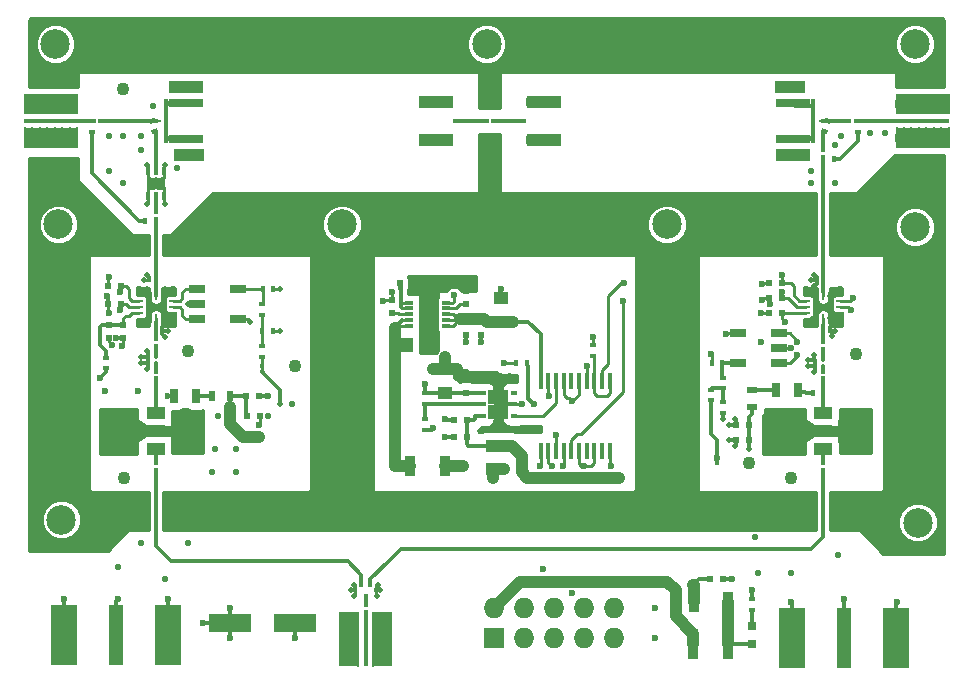
<source format=gbr>
G04 #@! TF.FileFunction,Copper,L1,Top,Signal*
%FSLAX46Y46*%
G04 Gerber Fmt 4.6, Leading zero omitted, Abs format (unit mm)*
G04 Created by KiCad (PCBNEW 4.0.7) date Sun May 20 15:45:54 2018*
%MOMM*%
%LPD*%
G01*
G04 APERTURE LIST*
%ADD10C,0.100000*%
%ADD11C,0.550000*%
%ADD12R,1.501140X1.000760*%
%ADD13R,2.999740X1.998980*%
%ADD14R,1.400000X0.760000*%
%ADD15R,0.320000X0.320000*%
%ADD16C,1.100000*%
%ADD17R,0.850000X0.250000*%
%ADD18R,0.650000X0.250000*%
%ADD19R,0.250000X0.650000*%
%ADD20R,0.770000X0.250000*%
%ADD21R,1.290000X5.080000*%
%ADD22R,2.290000X5.080000*%
%ADD23R,2.000000X0.350000*%
%ADD24R,3.000000X1.000000*%
%ADD25R,2.600000X1.000000*%
%ADD26R,3.000000X0.800000*%
%ADD27R,0.400000X1.400000*%
%ADD28R,0.350000X1.000000*%
%ADD29C,0.360000*%
%ADD30R,0.400000X1.200000*%
%ADD31R,0.400000X0.300000*%
%ADD32R,0.300000X0.450000*%
%ADD33R,0.350000X0.300000*%
%ADD34R,0.600000X0.500000*%
%ADD35R,0.500000X0.600000*%
%ADD36R,0.300000X0.350000*%
%ADD37R,0.900000X2.500000*%
%ADD38R,1.727200X1.727200*%
%ADD39O,1.727200X1.727200*%
%ADD40R,0.400000X0.600000*%
%ADD41R,0.600000X0.400000*%
%ADD42R,0.900000X1.700000*%
%ADD43R,0.350000X0.650000*%
%ADD44R,0.800000X1.000000*%
%ADD45R,0.300000X0.270000*%
%ADD46R,0.650000X0.300000*%
%ADD47R,0.775000X1.240000*%
%ADD48R,0.450000X1.450000*%
%ADD49R,3.599180X1.600200*%
%ADD50R,0.500000X0.900000*%
%ADD51R,0.900000X0.500000*%
%ADD52R,0.700000X1.300000*%
%ADD53R,1.250000X1.000000*%
%ADD54R,0.630000X0.450000*%
%ADD55R,0.850000X1.300000*%
%ADD56C,2.500000*%
%ADD57R,0.797560X0.797560*%
%ADD58R,1.000000X1.250000*%
%ADD59C,1.440000*%
%ADD60R,0.950000X0.350000*%
%ADD61R,4.650000X1.800000*%
%ADD62C,0.254000*%
%ADD63R,0.350000X0.950000*%
%ADD64R,1.800000X4.650000*%
%ADD65C,0.600000*%
%ADD66C,0.510000*%
%ADD67C,1.000000*%
%ADD68C,0.340000*%
%ADD69C,0.250000*%
%ADD70C,0.200000*%
%ADD71C,0.254000*%
G04 APERTURE END LIST*
D10*
D11*
X188750000Y-28250000D03*
X128000000Y-26000000D03*
X130000000Y-31250000D03*
X124250000Y-28500000D03*
X125500000Y-28500000D03*
X127000000Y-28500000D03*
X127000000Y-29750000D03*
X125500000Y-32500000D03*
X124250000Y-31500000D03*
X185750000Y-29250000D03*
X185750000Y-32500000D03*
X183750000Y-32500000D03*
X183750000Y-31500000D03*
X186250000Y-28500000D03*
X190000000Y-28250000D03*
X133500000Y-52250000D03*
X133250000Y-55000000D03*
X135000000Y-55000000D03*
X133000000Y-57000000D03*
X135000000Y-57000000D03*
X129000000Y-69000000D03*
X121000000Y-69000000D03*
X125000000Y-65000000D03*
X129000000Y-66000000D03*
X127000000Y-63000000D03*
X131000000Y-63000000D03*
X139750000Y-51250000D03*
X137750000Y-52250000D03*
X179250000Y-65500000D03*
X190250000Y-69250000D03*
X182750000Y-69250000D03*
X179000000Y-62500000D03*
X182000000Y-65500000D03*
X186000000Y-64000000D03*
X133500000Y-59000000D03*
X133500000Y-61000000D03*
X181500000Y-61000000D03*
X179750000Y-59000000D03*
X130750000Y-36750000D03*
X130750000Y-38000000D03*
X129500000Y-37250000D03*
X156500000Y-25750000D03*
X156500000Y-29000000D03*
X119500000Y-31000000D03*
X189000000Y-32500000D03*
X191000000Y-32500000D03*
X191000000Y-31000000D03*
X194000000Y-31000000D03*
X156000000Y-49100000D03*
X157300000Y-49100000D03*
X158600000Y-49100000D03*
X186200000Y-44400000D03*
X184100000Y-44500000D03*
X183300000Y-44400000D03*
X183300000Y-41500000D03*
X186200000Y-41500000D03*
X126800000Y-44400000D03*
X129300000Y-44000000D03*
X129700000Y-44500000D03*
X129700000Y-41500000D03*
X126800000Y-41500000D03*
X173000000Y-48500000D03*
X170000000Y-48500000D03*
X170000000Y-41750000D03*
X173000000Y-41750000D03*
X166000000Y-61000000D03*
X162000000Y-61000000D03*
X147000000Y-59000000D03*
X147000000Y-61000000D03*
X143000000Y-61000000D03*
X143000000Y-59000000D03*
X141000000Y-61000000D03*
X141000000Y-59000000D03*
X139000000Y-59000000D03*
X139000000Y-61000000D03*
X137000000Y-61000000D03*
X137000000Y-59000000D03*
X145000000Y-61000000D03*
X145000000Y-59000000D03*
X144000000Y-52000000D03*
X146000000Y-52000000D03*
X146000000Y-40000000D03*
X144000000Y-40000000D03*
X142000000Y-40000000D03*
X142000000Y-42000000D03*
X144000000Y-42000000D03*
X146000000Y-42000000D03*
X146000000Y-44000000D03*
X144000000Y-44000000D03*
X142000000Y-44000000D03*
X142000000Y-46000000D03*
X144000000Y-46000000D03*
X146000000Y-46000000D03*
X146000000Y-48000000D03*
X144000000Y-48000000D03*
X142000000Y-48000000D03*
X144000000Y-50000000D03*
X142000000Y-50000000D03*
X146000000Y-50000000D03*
X146000000Y-54000000D03*
X142000000Y-54000000D03*
X144000000Y-58000000D03*
X144000000Y-56000000D03*
X146000000Y-56000000D03*
X142000000Y-56000000D03*
X142000000Y-58000000D03*
X146000000Y-58000000D03*
X149000000Y-61000000D03*
X151000000Y-59000000D03*
X151000000Y-61000000D03*
X153000000Y-61000000D03*
X153000000Y-59000000D03*
X156000000Y-59000000D03*
X156000000Y-61000000D03*
X158000000Y-61000000D03*
X158000000Y-59000000D03*
X161000000Y-59000000D03*
X165000000Y-59000000D03*
X135000000Y-61000000D03*
X135000000Y-59000000D03*
X132000000Y-61000000D03*
X132000000Y-59000000D03*
X130000000Y-59000000D03*
X130000000Y-61000000D03*
X127000000Y-61000000D03*
X127000000Y-59000000D03*
X126000000Y-59000000D03*
X126000000Y-61000000D03*
X124000000Y-59000000D03*
X124000000Y-63000000D03*
X119000000Y-63000000D03*
X122000000Y-63000000D03*
X122000000Y-58000000D03*
X119000000Y-58000000D03*
X119000000Y-56000000D03*
X122000000Y-56000000D03*
X122000000Y-54000000D03*
X119000000Y-54000000D03*
X119000000Y-52000000D03*
X122000000Y-52000000D03*
X122000000Y-50000000D03*
X119000000Y-50000000D03*
X119000000Y-48000000D03*
X122000000Y-48000000D03*
X122000000Y-46000000D03*
X119000000Y-46000000D03*
X119000000Y-44000000D03*
X122000000Y-44000000D03*
X122000000Y-42000000D03*
X119000000Y-42000000D03*
X119000000Y-40000000D03*
X122000000Y-40000000D03*
X118000000Y-38500000D03*
X121000000Y-38500000D03*
X122500000Y-38500000D03*
X125500000Y-38500000D03*
X127000000Y-38500000D03*
X127000000Y-37250000D03*
X125500000Y-37000000D03*
X124000000Y-36000000D03*
X122500000Y-34500000D03*
X121000000Y-33000000D03*
X118000000Y-33000000D03*
X118000000Y-22000000D03*
X118000000Y-23750000D03*
X156500000Y-33000000D03*
X156500000Y-31500000D03*
X156500000Y-23500000D03*
X157500000Y-23000000D03*
X155000000Y-23000000D03*
X153000000Y-23000000D03*
X153000000Y-21000000D03*
X153000000Y-19000000D03*
X189500000Y-23000000D03*
X189500000Y-21000000D03*
X189500000Y-19000000D03*
X179500000Y-23000000D03*
X179500000Y-21000000D03*
X179500000Y-19000000D03*
X181500000Y-23000000D03*
X181500000Y-21000000D03*
X183500000Y-19000000D03*
X183500000Y-23000000D03*
X183500000Y-21000000D03*
X181500000Y-19000000D03*
X185500000Y-23000000D03*
X187500000Y-21000000D03*
X187500000Y-23000000D03*
X187500000Y-19000000D03*
X185500000Y-19000000D03*
X185500000Y-21000000D03*
X169500000Y-23000000D03*
X169500000Y-21000000D03*
X169500000Y-19000000D03*
X171500000Y-23000000D03*
X171500000Y-21000000D03*
X173500000Y-19000000D03*
X173500000Y-23000000D03*
X173500000Y-21000000D03*
X171500000Y-19000000D03*
X175500000Y-23000000D03*
X177500000Y-21000000D03*
X177500000Y-23000000D03*
X177500000Y-19000000D03*
X175500000Y-19000000D03*
X175500000Y-21000000D03*
X159500000Y-23000000D03*
X159500000Y-21000000D03*
X159500000Y-19000000D03*
X161500000Y-23000000D03*
X161500000Y-21000000D03*
X163500000Y-19000000D03*
X163500000Y-23000000D03*
X163500000Y-21000000D03*
X161500000Y-19000000D03*
X165500000Y-23000000D03*
X167500000Y-21000000D03*
X167500000Y-23000000D03*
X167500000Y-19000000D03*
X165500000Y-19000000D03*
X165500000Y-21000000D03*
X143000000Y-23000000D03*
X143000000Y-21000000D03*
X143000000Y-19000000D03*
X145000000Y-23000000D03*
X145000000Y-21000000D03*
X147000000Y-19000000D03*
X147000000Y-23000000D03*
X147000000Y-21000000D03*
X145000000Y-19000000D03*
X149000000Y-23000000D03*
X151000000Y-21000000D03*
X151000000Y-23000000D03*
X151000000Y-19000000D03*
X149000000Y-19000000D03*
X149000000Y-21000000D03*
X133000000Y-23000000D03*
X133000000Y-21000000D03*
X133000000Y-19000000D03*
X135000000Y-23000000D03*
X135000000Y-21000000D03*
X137000000Y-19000000D03*
X137000000Y-23000000D03*
X137000000Y-21000000D03*
X135000000Y-19000000D03*
X139000000Y-23000000D03*
X141000000Y-21000000D03*
X141000000Y-23000000D03*
X141000000Y-19000000D03*
X139000000Y-19000000D03*
X139000000Y-21000000D03*
X131000000Y-23000000D03*
X129000000Y-23000000D03*
X129000000Y-21000000D03*
X131000000Y-21000000D03*
X131000000Y-19000000D03*
X129000000Y-19000000D03*
X127000000Y-23000000D03*
X125000000Y-23000000D03*
X125000000Y-21000000D03*
X127000000Y-21000000D03*
X127000000Y-19000000D03*
X125000000Y-19000000D03*
X123000000Y-19000000D03*
X123000000Y-21000000D03*
X123000000Y-23000000D03*
X169000000Y-61000000D03*
X171000000Y-59000000D03*
X173000000Y-61000000D03*
X173000000Y-59000000D03*
X194000000Y-39000000D03*
X191000000Y-39000000D03*
X191000000Y-41000000D03*
X194000000Y-41000000D03*
X194000000Y-43000000D03*
X191000000Y-43000000D03*
X191000000Y-45000000D03*
X194000000Y-45000000D03*
X194000000Y-47000000D03*
X191000000Y-47000000D03*
X191000000Y-49000000D03*
X194000000Y-49000000D03*
X194000000Y-51000000D03*
X191000000Y-51000000D03*
X194000000Y-63000000D03*
X191000000Y-53000000D03*
X194000000Y-53000000D03*
X194000000Y-55000000D03*
X191000000Y-55000000D03*
X191000000Y-57000000D03*
X194000000Y-57000000D03*
X194000000Y-59000000D03*
X192000000Y-59000000D03*
X190000000Y-59000000D03*
X190000000Y-61000000D03*
X190000000Y-63000000D03*
X188000000Y-59000000D03*
X188000000Y-61000000D03*
X186000000Y-61000000D03*
X186000000Y-59000000D03*
X179000000Y-61000000D03*
X177000000Y-61000000D03*
X175000000Y-61000000D03*
X183000000Y-61000000D03*
X183000000Y-59000000D03*
X181000000Y-59000000D03*
X177000000Y-59000000D03*
X175000000Y-59000000D03*
X173000000Y-57000000D03*
X170000000Y-57000000D03*
X173000000Y-55000000D03*
X170000000Y-55000000D03*
X170000000Y-53000000D03*
X173000000Y-53000000D03*
X173000000Y-51000000D03*
X170000000Y-51000000D03*
X170000000Y-47000000D03*
X173000000Y-47000000D03*
X173000000Y-45000000D03*
X170000000Y-45000000D03*
X166000000Y-38000000D03*
X164000000Y-38000000D03*
X162000000Y-38000000D03*
X160000000Y-38000000D03*
X158000000Y-38000000D03*
X156000000Y-38000000D03*
X154000000Y-38000000D03*
X152000000Y-38000000D03*
X152000000Y-36000000D03*
X154000000Y-36000000D03*
X156000000Y-36000000D03*
X158000000Y-36000000D03*
X160000000Y-36000000D03*
X162000000Y-36000000D03*
X164000000Y-36000000D03*
X166000000Y-36000000D03*
X168000000Y-36000000D03*
X168000000Y-38000000D03*
X170000000Y-40000000D03*
X170000000Y-38000000D03*
X173000000Y-40000000D03*
X173000000Y-38000000D03*
X175000000Y-38000000D03*
X175000000Y-36000000D03*
X177000000Y-36000000D03*
X177000000Y-38000000D03*
X179000000Y-38000000D03*
X179000000Y-36000000D03*
X181000000Y-36000000D03*
X181000000Y-38000000D03*
X183000000Y-38000000D03*
X183000000Y-36000000D03*
X187000000Y-36000000D03*
X187000000Y-38000000D03*
X189000000Y-38000000D03*
X189000000Y-36000000D03*
X194000000Y-34000000D03*
X191000000Y-34000000D03*
X189000000Y-34000000D03*
X187000000Y-34000000D03*
X183000000Y-34000000D03*
X181000000Y-34000000D03*
X179000000Y-34000000D03*
X177000000Y-34000000D03*
X175000000Y-34000000D03*
X173000000Y-34000000D03*
X170000000Y-34000000D03*
X168000000Y-34000000D03*
X166000000Y-34000000D03*
X164000000Y-34000000D03*
X162000000Y-34000000D03*
X160000000Y-34000000D03*
X158000000Y-34000000D03*
X156000000Y-34000000D03*
X154000000Y-34000000D03*
X152000000Y-34000000D03*
X150000000Y-34000000D03*
X150000000Y-36000000D03*
X150000000Y-38000000D03*
X148000000Y-38000000D03*
X148000000Y-36000000D03*
X148000000Y-34000000D03*
X146000000Y-34000000D03*
X146000000Y-38000000D03*
X142000000Y-38000000D03*
X142000000Y-34000000D03*
X140000000Y-34000000D03*
X140000000Y-36000000D03*
X140000000Y-38000000D03*
X138000000Y-38000000D03*
X138000000Y-36000000D03*
X138000000Y-34000000D03*
X136000000Y-34000000D03*
X136000000Y-36000000D03*
X136000000Y-38000000D03*
X134000000Y-38000000D03*
X134000000Y-36000000D03*
X134000000Y-34000000D03*
X132000000Y-36000000D03*
X132000000Y-38000000D03*
X129500000Y-38500000D03*
X152750000Y-41000000D03*
X151750000Y-41000000D03*
X151750000Y-44500000D03*
X150750000Y-44500000D03*
X150750000Y-46500000D03*
X160250000Y-53500000D03*
X158750000Y-53500000D03*
X155750000Y-53500000D03*
X156500000Y-24750000D03*
X156500000Y-30250000D03*
X121000000Y-31000000D03*
X194000000Y-32500000D03*
X194750000Y-23750000D03*
X121250000Y-23750000D03*
X118000000Y-31000000D03*
X124000000Y-38500000D03*
X124000000Y-61000000D03*
X118000000Y-56000000D03*
X130000000Y-53500000D03*
X131000000Y-53500000D03*
X132000000Y-53500000D03*
X130000000Y-55000000D03*
X131000000Y-55000000D03*
X132000000Y-55000000D03*
X132000000Y-52000000D03*
X131000000Y-52000000D03*
X130000000Y-52000000D03*
X129000000Y-53500000D03*
X128000000Y-53500000D03*
X127000000Y-53500000D03*
D12*
X128250000Y-55002280D03*
X128250000Y-53501140D03*
X128250000Y-52000000D03*
D13*
X125298520Y-53501140D03*
D10*
G36*
X126772990Y-52500380D02*
X127522290Y-53000760D01*
X127522290Y-54001520D01*
X126772990Y-54501900D01*
X126772990Y-52500380D01*
X126772990Y-52500380D01*
G37*
D11*
X124250000Y-53000000D03*
X124250000Y-54000000D03*
X125250000Y-54000000D03*
X125250000Y-53000000D03*
X126250000Y-53000000D03*
X126250000Y-54000000D03*
X126500000Y-55000000D03*
X125250000Y-55000000D03*
X124000000Y-55000000D03*
X124000000Y-52000000D03*
X125250000Y-52000000D03*
X185500000Y-53500000D03*
X184500000Y-53500000D03*
X183500000Y-53500000D03*
X180500000Y-54000000D03*
X180500000Y-53000000D03*
X181500000Y-54000000D03*
X181500000Y-53000000D03*
X182500000Y-53000000D03*
X182500000Y-54000000D03*
X183000000Y-55000000D03*
X181500000Y-55000000D03*
X180000000Y-55000000D03*
X180000000Y-52000000D03*
X181500000Y-52000000D03*
X183000000Y-52000000D03*
X188500000Y-52000000D03*
X187500000Y-52000000D03*
X186500000Y-52000000D03*
X186500000Y-53500000D03*
X187500000Y-53500000D03*
X188500000Y-53500000D03*
X188500000Y-55000000D03*
X187500000Y-55000000D03*
D14*
X131750000Y-44020000D03*
X131750000Y-44020000D03*
X131750000Y-42750000D03*
X131750000Y-41480000D03*
X135180000Y-41480000D03*
X135180000Y-44020000D03*
X181000000Y-45230000D03*
X181000000Y-45230000D03*
X181000000Y-46500000D03*
X181000000Y-47770000D03*
X177570000Y-47770000D03*
X177570000Y-45230000D03*
D15*
X128250000Y-57500000D03*
D16*
X125510000Y-57500000D03*
D15*
X128250000Y-46750000D03*
D16*
X130990000Y-46750000D03*
D15*
X137250000Y-48000000D03*
D16*
X139990000Y-48000000D03*
D15*
X184740000Y-57500000D03*
D16*
X182000000Y-57500000D03*
D15*
X184750000Y-47000000D03*
D16*
X187490000Y-47000000D03*
D15*
X125500000Y-27250000D03*
D16*
X125500000Y-24510000D03*
D17*
X129600000Y-43500000D03*
D18*
X129700000Y-43000000D03*
X129700000Y-42500000D03*
D19*
X128750000Y-42100000D03*
X128250000Y-42100000D03*
X127750000Y-42100000D03*
D18*
X126800000Y-42500000D03*
X126800000Y-43000000D03*
X126800000Y-43500000D03*
D19*
X127750000Y-43900000D03*
X128250000Y-43900000D03*
X128750000Y-43900000D03*
D20*
X128250000Y-43150000D03*
D21*
X124870000Y-70750000D03*
D22*
X129250000Y-70750000D03*
X120490000Y-70750000D03*
D12*
X184750000Y-55002280D03*
X184750000Y-53501140D03*
X184750000Y-52000000D03*
D13*
X181798520Y-53501140D03*
D10*
G36*
X183272990Y-52500380D02*
X184022290Y-53000760D01*
X184022290Y-54001520D01*
X183272990Y-54501900D01*
X183272990Y-52500380D01*
X183272990Y-52500380D01*
G37*
D17*
X186100000Y-43500000D03*
D18*
X186200000Y-43000000D03*
X186200000Y-42500000D03*
D19*
X185250000Y-42100000D03*
X184750000Y-42100000D03*
X184250000Y-42100000D03*
D18*
X183300000Y-42500000D03*
X183300000Y-43000000D03*
X183300000Y-43500000D03*
D19*
X184250000Y-43900000D03*
X184750000Y-43900000D03*
X185250000Y-43900000D03*
D20*
X184750000Y-43150000D03*
D21*
X186500000Y-71000000D03*
D22*
X190880000Y-71000000D03*
X182120000Y-71000000D03*
D23*
X154425000Y-27250000D03*
D24*
X151925000Y-28850000D03*
X151925000Y-25650000D03*
D25*
X131025000Y-30150000D03*
D26*
X130825000Y-25750000D03*
X130825000Y-28750000D03*
D27*
X129125000Y-27250000D03*
D23*
X127325000Y-27250000D03*
D24*
X130825000Y-24350000D03*
D10*
G36*
X128325000Y-27420000D02*
X128325000Y-27080000D01*
X128725000Y-27240000D01*
X128725000Y-27260000D01*
X128325000Y-27420000D01*
X128325000Y-27420000D01*
G37*
D28*
X128250000Y-28550000D03*
D29*
X150825000Y-28650000D03*
X150825000Y-25850000D03*
X131625000Y-24500000D03*
X131625000Y-30000000D03*
X130825000Y-24500000D03*
X130425000Y-24500000D03*
X130025000Y-24500000D03*
X130025000Y-24100000D03*
X130425000Y-24100000D03*
X130825000Y-24100000D03*
X131225000Y-24100000D03*
X131225000Y-30000000D03*
X130825000Y-30000000D03*
X130425000Y-30000000D03*
X130025000Y-30000000D03*
X131625000Y-30400000D03*
X131225000Y-30400000D03*
X130825000Y-30400000D03*
X130425000Y-30400000D03*
X130025000Y-30400000D03*
X129625000Y-24500000D03*
X129625000Y-24100000D03*
X151225000Y-28650000D03*
X151625000Y-28650000D03*
X152025000Y-28650000D03*
X152425000Y-28650000D03*
X152825000Y-28650000D03*
X153225000Y-28650000D03*
X153225000Y-29050000D03*
X152825000Y-29050000D03*
X152425000Y-29050000D03*
X152025000Y-29050000D03*
X151625000Y-29050000D03*
X151225000Y-29050000D03*
X150825000Y-29050000D03*
X151225000Y-25850000D03*
X151625000Y-25850000D03*
X152025000Y-25850000D03*
X152425000Y-25850000D03*
X152825000Y-25850000D03*
X153225000Y-25850000D03*
X153225000Y-25450000D03*
X152825000Y-25450000D03*
X152425000Y-25450000D03*
X152025000Y-25450000D03*
X151625000Y-25450000D03*
X151225000Y-25450000D03*
X150825000Y-25450000D03*
X131225000Y-24500000D03*
X132025000Y-24500000D03*
X132025000Y-24100000D03*
X131625000Y-24100000D03*
X132025000Y-30400000D03*
X132025000Y-30000000D03*
D30*
X129125000Y-28550000D03*
X129125000Y-25950000D03*
D10*
G36*
X128141165Y-26987516D02*
X128241317Y-27374775D01*
X127708835Y-27512484D01*
X127608683Y-27125225D01*
X128141165Y-26987516D01*
X128141165Y-26987516D01*
G37*
G36*
X128341165Y-27837516D02*
X128441317Y-28224775D01*
X127908835Y-28362484D01*
X127808683Y-27975225D01*
X128341165Y-27837516D01*
X128341165Y-27837516D01*
G37*
D31*
X146000000Y-67500000D03*
X146400000Y-66550000D03*
X145650000Y-66550000D03*
D32*
X145100000Y-67000000D03*
X146900000Y-67000000D03*
D33*
X128250000Y-56225000D03*
X128250000Y-56775000D03*
X128250000Y-48500000D03*
X128250000Y-49050000D03*
D34*
X137000000Y-50500000D03*
X135900000Y-50500000D03*
D33*
X128250000Y-46275000D03*
X128250000Y-45725000D03*
D35*
X124250000Y-44500000D03*
X124250000Y-45600000D03*
D34*
X124200000Y-42750000D03*
X125300000Y-42750000D03*
X124200000Y-41250000D03*
X125300000Y-41250000D03*
D35*
X125500000Y-44500000D03*
X125500000Y-45600000D03*
D33*
X184750000Y-56225000D03*
X184750000Y-56775000D03*
X184750000Y-48500000D03*
X184750000Y-49050000D03*
D34*
X177400000Y-54250000D03*
X178500000Y-54250000D03*
D33*
X184750000Y-46550000D03*
X184750000Y-46000000D03*
D34*
X180200000Y-42250000D03*
X181300000Y-42250000D03*
X180200000Y-41000000D03*
X181300000Y-41000000D03*
X181300000Y-43500000D03*
X180200000Y-43500000D03*
D35*
X155750000Y-44250000D03*
X155750000Y-45350000D03*
X154500000Y-42750000D03*
X154500000Y-41650000D03*
D34*
X175200000Y-66000000D03*
X176300000Y-66000000D03*
X154550000Y-52550000D03*
X153450000Y-52550000D03*
X148950000Y-41000000D03*
X150050000Y-41000000D03*
D35*
X148250000Y-43500000D03*
X148250000Y-42400000D03*
X154500000Y-44250000D03*
X154500000Y-45350000D03*
D36*
X186975000Y-27250000D03*
X187525000Y-27250000D03*
X156250000Y-27250000D03*
X156800000Y-27250000D03*
D33*
X184750000Y-30300000D03*
X184750000Y-29750000D03*
D36*
X122975000Y-27250000D03*
X123525000Y-27250000D03*
D33*
X128250000Y-35525000D03*
X128250000Y-34975000D03*
X146000000Y-68250000D03*
X146000000Y-68800000D03*
D37*
X176650000Y-71500000D03*
X173750000Y-71500000D03*
D38*
X156880000Y-71000000D03*
D39*
X156880000Y-68460000D03*
X159420000Y-71000000D03*
X159420000Y-68460000D03*
X161960000Y-71000000D03*
X161960000Y-68460000D03*
X164500000Y-71000000D03*
X164500000Y-68460000D03*
X167040000Y-71000000D03*
X167040000Y-68460000D03*
D40*
X128250000Y-50500000D03*
X129150000Y-50500000D03*
D41*
X124000000Y-47300000D03*
X124000000Y-48200000D03*
D40*
X184750000Y-50250000D03*
X183850000Y-50250000D03*
D42*
X176700000Y-68000000D03*
X173800000Y-68000000D03*
D40*
X137300000Y-41500000D03*
X138200000Y-41500000D03*
D41*
X137250000Y-42750000D03*
X137250000Y-43650000D03*
D40*
X137250000Y-45000000D03*
X138150000Y-45000000D03*
D41*
X137250000Y-46300000D03*
X137250000Y-47200000D03*
D40*
X176200000Y-47750000D03*
X175300000Y-47750000D03*
D41*
X176250000Y-49000000D03*
X176250000Y-49900000D03*
X176250000Y-51050000D03*
X176250000Y-51950000D03*
X175250000Y-50000000D03*
X175250000Y-50900000D03*
D40*
X158750000Y-47750000D03*
X159650000Y-47750000D03*
D41*
X165250000Y-46250000D03*
X165250000Y-47150000D03*
D43*
X128900000Y-31500000D03*
X128250000Y-31500000D03*
X127600000Y-31500000D03*
X127600000Y-33600000D03*
X128250000Y-33600000D03*
X128900000Y-33600000D03*
D44*
X127850000Y-32550000D03*
X128650000Y-32550000D03*
D45*
X128250000Y-47210000D03*
X128250000Y-47750000D03*
X127550000Y-47210000D03*
X127550000Y-47750000D03*
X127550000Y-47480000D03*
X184750000Y-47460000D03*
X184750000Y-48000000D03*
X184050000Y-47460000D03*
X184050000Y-48000000D03*
X184050000Y-47730000D03*
D46*
X152800000Y-44620000D03*
X152800000Y-44120000D03*
X152800000Y-43620000D03*
X152800000Y-43120000D03*
X152800000Y-42620000D03*
X149700000Y-42620000D03*
X149700000Y-43120000D03*
X149700000Y-43620000D03*
X149700000Y-44120000D03*
X149700000Y-44620000D03*
D47*
X150862500Y-43000000D03*
X150862500Y-44240000D03*
X151637500Y-43000000D03*
X151637500Y-44240000D03*
D48*
X160825000Y-55200000D03*
X161475000Y-55200000D03*
X162125000Y-55200000D03*
X162775000Y-55200000D03*
X163425000Y-55200000D03*
X164075000Y-55200000D03*
X164725000Y-55200000D03*
X165375000Y-55200000D03*
X166025000Y-55200000D03*
X166675000Y-55200000D03*
X166675000Y-49300000D03*
X166025000Y-49300000D03*
X165375000Y-49300000D03*
X164725000Y-49300000D03*
X164075000Y-49300000D03*
X163425000Y-49300000D03*
X162775000Y-49300000D03*
X162125000Y-49300000D03*
X161475000Y-49300000D03*
X160825000Y-49300000D03*
D23*
X158575000Y-27250000D03*
D24*
X161075000Y-25650000D03*
X161075000Y-28850000D03*
D25*
X181975000Y-24350000D03*
D26*
X182175000Y-28750000D03*
X182175000Y-25750000D03*
D27*
X183875000Y-27250000D03*
D23*
X185675000Y-27250000D03*
D24*
X182175000Y-30150000D03*
D10*
G36*
X184675000Y-27080000D02*
X184675000Y-27420000D01*
X184275000Y-27260000D01*
X184275000Y-27240000D01*
X184675000Y-27080000D01*
X184675000Y-27080000D01*
G37*
D28*
X184750000Y-28550000D03*
D29*
X162175000Y-25850000D03*
X162175000Y-28650000D03*
X181375000Y-30000000D03*
X181375000Y-24500000D03*
X182175000Y-30000000D03*
X182575000Y-30000000D03*
X182975000Y-30000000D03*
X182975000Y-30400000D03*
X182575000Y-30400000D03*
X182175000Y-30400000D03*
X181775000Y-30400000D03*
X181775000Y-24500000D03*
X182175000Y-24500000D03*
X182575000Y-24500000D03*
X182975000Y-24500000D03*
X181375000Y-24100000D03*
X181775000Y-24100000D03*
X182175000Y-24100000D03*
X182575000Y-24100000D03*
X182975000Y-24100000D03*
X183375000Y-30000000D03*
X183375000Y-30400000D03*
X161775000Y-25850000D03*
X161375000Y-25850000D03*
X160975000Y-25850000D03*
X160575000Y-25850000D03*
X160175000Y-25850000D03*
X159775000Y-25850000D03*
X159775000Y-25450000D03*
X160175000Y-25450000D03*
X160575000Y-25450000D03*
X160975000Y-25450000D03*
X161375000Y-25450000D03*
X161775000Y-25450000D03*
X162175000Y-25450000D03*
X161775000Y-28650000D03*
X161375000Y-28650000D03*
X160975000Y-28650000D03*
X160575000Y-28650000D03*
X160175000Y-28650000D03*
X159775000Y-28650000D03*
X159775000Y-29050000D03*
X160175000Y-29050000D03*
X160575000Y-29050000D03*
X160975000Y-29050000D03*
X161375000Y-29050000D03*
X161775000Y-29050000D03*
X162175000Y-29050000D03*
X181775000Y-30000000D03*
X180975000Y-30000000D03*
X180975000Y-30400000D03*
X181375000Y-30400000D03*
X180975000Y-24100000D03*
X180975000Y-24500000D03*
D30*
X183875000Y-25950000D03*
X183875000Y-28550000D03*
D10*
G36*
X184758683Y-27374775D02*
X184858835Y-26987516D01*
X185391317Y-27125225D01*
X185291165Y-27512484D01*
X184758683Y-27374775D01*
X184758683Y-27374775D01*
G37*
G36*
X184558683Y-28224775D02*
X184658835Y-27837516D01*
X185191317Y-27975225D01*
X185091165Y-28362484D01*
X184558683Y-28224775D01*
X184558683Y-28224775D01*
G37*
D36*
X128250000Y-45000000D03*
X128800000Y-45000000D03*
D34*
X137050000Y-52250000D03*
X135950000Y-52250000D03*
D36*
X184750000Y-45000000D03*
X185300000Y-45000000D03*
D34*
X177400000Y-53000000D03*
X178500000Y-53000000D03*
D49*
X140000820Y-69750000D03*
X134499180Y-69750000D03*
D36*
X127700000Y-40750000D03*
X128250000Y-40750000D03*
X184200000Y-40750000D03*
X184750000Y-40750000D03*
D50*
X133000000Y-50500000D03*
X134500000Y-50500000D03*
D51*
X178750000Y-50000000D03*
X178750000Y-51500000D03*
D52*
X129750000Y-50500000D03*
X131650000Y-50500000D03*
X182650000Y-50000000D03*
X180750000Y-50000000D03*
D35*
X154500000Y-50300000D03*
X154500000Y-49200000D03*
D34*
X154550000Y-54000000D03*
X153450000Y-54000000D03*
D42*
X149800000Y-56500000D03*
X152700000Y-56500000D03*
D41*
X151000000Y-50300000D03*
X151000000Y-51200000D03*
X151000000Y-52500000D03*
X151000000Y-53400000D03*
D53*
X156750000Y-54750000D03*
X156750000Y-56750000D03*
X152750000Y-50250000D03*
X152750000Y-48250000D03*
D54*
X158590000Y-52200000D03*
X158590000Y-51250000D03*
X158590000Y-50300000D03*
X155910000Y-50300000D03*
X155910000Y-51250000D03*
X155910000Y-52200000D03*
D55*
X156825000Y-50600000D03*
X156825000Y-51900000D03*
X157675000Y-50600000D03*
X157675000Y-51900000D03*
D56*
X192500000Y-36250000D03*
X120250000Y-61000000D03*
X192750000Y-61250000D03*
X120000000Y-36000000D03*
X144000000Y-36000000D03*
X171500000Y-36000000D03*
X119750000Y-20750000D03*
X192500000Y-20750000D03*
X156250000Y-20750000D03*
D15*
X175750000Y-56250000D03*
D16*
X178490000Y-56250000D03*
D57*
X178750000Y-71498600D03*
X178750000Y-70000000D03*
D41*
X178750000Y-67750000D03*
X178750000Y-68650000D03*
D58*
X149500000Y-46250000D03*
X151500000Y-46250000D03*
D53*
X157500000Y-44250000D03*
X157500000Y-42250000D03*
D11*
X186500000Y-55000000D03*
X126500000Y-52000000D03*
D59*
X120985000Y-28685000D03*
X118775000Y-28685000D03*
X118775000Y-25815000D03*
X120985000Y-25815000D03*
D60*
X117500000Y-27250000D03*
D61*
X119350000Y-28650000D03*
X119350000Y-25850000D03*
D62*
X119046000Y-27885000D03*
X120951000Y-27885000D03*
X121535200Y-27885000D03*
X120316000Y-27885000D03*
X119681000Y-27885000D03*
X118411000Y-27885000D03*
X117776000Y-27885000D03*
X117141000Y-27885000D03*
X117141000Y-26615000D03*
X117776000Y-26615000D03*
X118411000Y-26615000D03*
X119046000Y-26615000D03*
X119681000Y-26615000D03*
X120316000Y-26615000D03*
X120951000Y-26615000D03*
X121535200Y-26615000D03*
X119681000Y-27885000D03*
X119808000Y-28774000D03*
X117776000Y-28774000D03*
X117776000Y-25726000D03*
X119808000Y-25726000D03*
X117268000Y-25218000D03*
X117268000Y-29282000D03*
X117268000Y-29282000D03*
D59*
X191533000Y-25815000D03*
X193743000Y-25815000D03*
X193743000Y-28685000D03*
X191533000Y-28685000D03*
D60*
X195018000Y-27250000D03*
D61*
X193168000Y-25850000D03*
X193168000Y-28650000D03*
D62*
X193472000Y-26615000D03*
X191567000Y-26615000D03*
X190982800Y-26615000D03*
X192202000Y-26615000D03*
X192837000Y-26615000D03*
X194107000Y-26615000D03*
X194742000Y-26615000D03*
X195377000Y-26615000D03*
X195377000Y-27885000D03*
X194742000Y-27885000D03*
X194107000Y-27885000D03*
X193472000Y-27885000D03*
X192837000Y-27885000D03*
X192202000Y-27885000D03*
X191567000Y-27885000D03*
X190982800Y-27885000D03*
X192837000Y-26615000D03*
X192710000Y-25726000D03*
X194742000Y-25726000D03*
X194742000Y-28774000D03*
X192710000Y-28774000D03*
X195250000Y-29282000D03*
X195250000Y-25218000D03*
X195250000Y-25218000D03*
D59*
X147435000Y-69515000D03*
X147435000Y-71725000D03*
X144565000Y-71725000D03*
X144565000Y-69515000D03*
D63*
X146000000Y-73000000D03*
D64*
X147400000Y-71150000D03*
X144600000Y-71150000D03*
D62*
X146635000Y-71454000D03*
X146635000Y-69549000D03*
X146635000Y-68964800D03*
X146635000Y-70184000D03*
X146635000Y-70819000D03*
X146635000Y-72089000D03*
X146635000Y-72724000D03*
X146635000Y-73359000D03*
X145365000Y-73359000D03*
X145365000Y-72724000D03*
X145365000Y-72089000D03*
X145365000Y-71454000D03*
X145365000Y-70819000D03*
X145365000Y-70184000D03*
X145365000Y-69549000D03*
X145365000Y-68964800D03*
X146635000Y-70819000D03*
X147524000Y-70692000D03*
X147524000Y-72724000D03*
X144476000Y-72724000D03*
X144476000Y-70692000D03*
X143968000Y-73232000D03*
X148032000Y-73232000D03*
X148032000Y-73232000D03*
D41*
X187700000Y-28150000D03*
X187700000Y-27250000D03*
D40*
X185650000Y-30450000D03*
X184750000Y-30450000D03*
X127350000Y-35700000D03*
X128250000Y-35700000D03*
D41*
X122800000Y-28150000D03*
X122800000Y-27250000D03*
D65*
X167450001Y-57450001D03*
X173750000Y-66500000D03*
D66*
X144750000Y-67000000D03*
X147250000Y-67000000D03*
D65*
X124100000Y-42100000D03*
X124299272Y-43549272D03*
X124900000Y-45600000D03*
X125399990Y-46282603D03*
X137750000Y-50500000D03*
X161000000Y-65200000D03*
D66*
X151637500Y-43500000D03*
X150862500Y-43500000D03*
X151637500Y-42600000D03*
X150862500Y-42600000D03*
X150750000Y-45250000D03*
X151750000Y-42000000D03*
X150750000Y-42000000D03*
X150750000Y-41000000D03*
D65*
X151500000Y-45250000D03*
X147500000Y-42500000D03*
X148250000Y-41750000D03*
X154500000Y-41000000D03*
X157500000Y-41500000D03*
X155750000Y-46000000D03*
X154500000Y-46000000D03*
X179500000Y-46000000D03*
X124500000Y-46250000D03*
X124250000Y-40500000D03*
X137000000Y-53000000D03*
X179532950Y-42375010D03*
X180250000Y-42750000D03*
X179547215Y-41023607D03*
X175250000Y-47000000D03*
X178750000Y-67000000D03*
X153750000Y-48250000D03*
X151750000Y-48250000D03*
X156825000Y-51900000D03*
X157675000Y-51900000D03*
X157675000Y-50600000D03*
X156825000Y-50600000D03*
X156750000Y-57500000D03*
X157750000Y-56750000D03*
X159250000Y-51250000D03*
X161500000Y-50500000D03*
X152750000Y-54000000D03*
X152750000Y-52500000D03*
X151750000Y-53250000D03*
X154500000Y-48500000D03*
X152750000Y-47250000D03*
X177000000Y-66000000D03*
X160746454Y-56449991D03*
X166746454Y-56449991D03*
X162746454Y-56449991D03*
X163500000Y-67250000D03*
X165250000Y-45500000D03*
X170500000Y-71000000D03*
X170500000Y-68500000D03*
X134500000Y-71000000D03*
X134500000Y-68500000D03*
X132250000Y-69750000D03*
X182000000Y-68000000D03*
X191000000Y-68000000D03*
X129250000Y-67750000D03*
X120500000Y-67750000D03*
X179500000Y-43500000D03*
X176500000Y-45250000D03*
X182000000Y-46500000D03*
D66*
X184010494Y-47080010D03*
X185500000Y-45419990D03*
X145000000Y-67500000D03*
X144994998Y-66500000D03*
X147000000Y-67500000D03*
X147055002Y-66500000D03*
X128250000Y-32750000D03*
X128250000Y-32250000D03*
X128750000Y-32750000D03*
X127750000Y-32750000D03*
X127500000Y-31000000D03*
X129000000Y-31000000D03*
X127500000Y-34250000D03*
X129000000Y-34250000D03*
X127750000Y-32250000D03*
X128750000Y-32250000D03*
X131000000Y-42750000D03*
X127500000Y-44500000D03*
X127250000Y-40750000D03*
X127500000Y-40250000D03*
X185750000Y-45000000D03*
X185500000Y-44500000D03*
X183500000Y-47500000D03*
X183500000Y-48000000D03*
X184000000Y-48500000D03*
X129250000Y-45000000D03*
X129000000Y-45500000D03*
X129000000Y-44500000D03*
X127000000Y-47250000D03*
X127000000Y-47750000D03*
X127500000Y-48250000D03*
X127500000Y-46750000D03*
X136250000Y-44250000D03*
X185750000Y-44000000D03*
X183768884Y-44056653D03*
X185731116Y-41943347D03*
X183768884Y-41943347D03*
X184000000Y-41250000D03*
X184000000Y-40250000D03*
X183750000Y-40750000D03*
X176250000Y-52500000D03*
X177250000Y-54750000D03*
X177250000Y-52500000D03*
X176750000Y-54250000D03*
X176750000Y-53000000D03*
X185250000Y-43250000D03*
X184250000Y-43250000D03*
X184250000Y-42750000D03*
X185250000Y-42750000D03*
X127750000Y-43250000D03*
X128750000Y-43250000D03*
X128750000Y-42750000D03*
X127750000Y-42750000D03*
X127500000Y-41500000D03*
X129000000Y-41500000D03*
X138750000Y-45000000D03*
X138750000Y-41500000D03*
D65*
X182565694Y-45934306D03*
X187124990Y-43250000D03*
X182565694Y-47065694D03*
X187250000Y-42250000D03*
D66*
X138750000Y-51250000D03*
D65*
X125000000Y-67750000D03*
X175750000Y-55750000D03*
X186500000Y-67750000D03*
X137000000Y-54000000D03*
X151000000Y-49500000D03*
D66*
X178500000Y-55000000D03*
X134500000Y-51500000D03*
D65*
X125250000Y-43250000D03*
X125250000Y-41750000D03*
X181500000Y-44250000D03*
X181250000Y-41750000D03*
X181250000Y-40250000D03*
X158500000Y-44250000D03*
X123500000Y-49000000D03*
X160250000Y-51250000D03*
X161746454Y-56449991D03*
X163500000Y-51000000D03*
X164513883Y-56449991D03*
X126699342Y-50097148D03*
X162101231Y-53851231D03*
X123900000Y-50100000D03*
X164750000Y-48000000D03*
X167800000Y-42500000D03*
X167900000Y-41000000D03*
X157750000Y-47750000D03*
X153500000Y-42000000D03*
X148500000Y-56500000D03*
X140000000Y-71000000D03*
X154250000Y-56500000D03*
D67*
X156750000Y-54750000D02*
X158375000Y-54750000D01*
X158375000Y-54750000D02*
X159250000Y-55625000D01*
X159250000Y-55625000D02*
X159250000Y-57000000D01*
D68*
X154710000Y-54750000D02*
X156750000Y-54750000D01*
X154550000Y-54000000D02*
X154550000Y-54590000D01*
X154550000Y-54590000D02*
X154710000Y-54750000D01*
X154550000Y-54000000D02*
X154550000Y-52550000D01*
X155200000Y-52550000D02*
X155255000Y-52495000D01*
X155255000Y-52495000D02*
X155255000Y-52200000D01*
X154550000Y-52550000D02*
X155200000Y-52550000D01*
X155910000Y-52200000D02*
X155255000Y-52200000D01*
X175200000Y-66000000D02*
X174250000Y-66000000D01*
X174250000Y-66000000D02*
X173750000Y-66500000D01*
D67*
X167450001Y-57450001D02*
X159700001Y-57450001D01*
X159700001Y-57450001D02*
X159250000Y-57000000D01*
X173800000Y-68000000D02*
X173800000Y-66550000D01*
X173800000Y-66550000D02*
X173750000Y-66500000D01*
D69*
X130500000Y-43750000D02*
X130500000Y-43225000D01*
X130770000Y-44020000D02*
X130500000Y-43750000D01*
X130770000Y-44020000D02*
X131750000Y-44020000D01*
X129700000Y-43000000D02*
X130275000Y-43000000D01*
X130275000Y-43000000D02*
X130500000Y-43225000D01*
X146900000Y-67000000D02*
X146900000Y-66655002D01*
X146900000Y-66655002D02*
X147055002Y-66500000D01*
X145100000Y-67000000D02*
X144750000Y-67000000D01*
X146900000Y-67000000D02*
X147250000Y-67000000D01*
D68*
X124200000Y-42200000D02*
X124100000Y-42100000D01*
X124200000Y-42750000D02*
X124200000Y-42200000D01*
D69*
X124200000Y-43450000D02*
X124299272Y-43549272D01*
X124200000Y-42750000D02*
X124200000Y-43450000D01*
D68*
X125500000Y-45600000D02*
X124900000Y-45600000D01*
D69*
X125500000Y-45600000D02*
X125500000Y-46182593D01*
X125500000Y-46182593D02*
X125399990Y-46282603D01*
D68*
X137000000Y-50500000D02*
X137750000Y-50500000D01*
X190880000Y-71000000D02*
X190880000Y-68120000D01*
X190880000Y-68120000D02*
X191000000Y-68000000D01*
X120490000Y-70750000D02*
X120490000Y-67760000D01*
X120490000Y-67760000D02*
X120500000Y-67750000D01*
D69*
X127550000Y-47480000D02*
X127550000Y-47750000D01*
X127550000Y-47480000D02*
X127550000Y-47210000D01*
X127550000Y-47210000D02*
X127550000Y-47750000D01*
D68*
X150862500Y-44240000D02*
X150862500Y-43500000D01*
X151637500Y-44240000D02*
X150862500Y-44240000D01*
X151637500Y-44240000D02*
X151637500Y-43500000D01*
X183647640Y-53501140D02*
X181798520Y-53501140D01*
X183647640Y-53501140D02*
X184750000Y-53501140D01*
X127147640Y-53501140D02*
X125298520Y-53501140D01*
X127147640Y-53501140D02*
X128250000Y-53501140D01*
X150862500Y-44240000D02*
X150862500Y-45137500D01*
X150862500Y-45137500D02*
X150750000Y-45250000D01*
X151637500Y-43000000D02*
X151637500Y-42112500D01*
X151637500Y-42112500D02*
X151750000Y-42000000D01*
X150862500Y-43000000D02*
X150862500Y-42112500D01*
X150862500Y-42112500D02*
X150750000Y-42000000D01*
X150050000Y-41000000D02*
X150750000Y-41000000D01*
X151500000Y-46250000D02*
X151500000Y-45250000D01*
D69*
X148250000Y-42400000D02*
X147600000Y-42400000D01*
X147600000Y-42400000D02*
X147500000Y-42500000D01*
X148250000Y-42400000D02*
X148250000Y-41750000D01*
D68*
X154500000Y-41650000D02*
X154500000Y-41000000D01*
X157500000Y-42250000D02*
X157500000Y-41500000D01*
X155750000Y-45350000D02*
X155750000Y-46000000D01*
X154500000Y-45350000D02*
X154500000Y-46000000D01*
D69*
X124250000Y-45600000D02*
X124250000Y-46000000D01*
X124250000Y-46000000D02*
X124500000Y-46250000D01*
X124200000Y-41250000D02*
X124200000Y-40550000D01*
X124200000Y-40550000D02*
X124250000Y-40500000D01*
X137050000Y-52250000D02*
X137050000Y-52950000D01*
X137050000Y-52950000D02*
X137000000Y-53000000D01*
X179532950Y-42367050D02*
X179532950Y-42375010D01*
X179650000Y-42250000D02*
X179532950Y-42367050D01*
X180200000Y-42250000D02*
X179650000Y-42250000D01*
X180200000Y-42250000D02*
X180200000Y-42700000D01*
X180200000Y-42700000D02*
X180250000Y-42750000D01*
X180200000Y-41000000D02*
X179570822Y-41000000D01*
X179570822Y-41000000D02*
X179547215Y-41023607D01*
X175300000Y-47750000D02*
X175300000Y-47050000D01*
X175300000Y-47050000D02*
X175250000Y-47000000D01*
D68*
X178750000Y-67750000D02*
X178750000Y-67000000D01*
D67*
X152750000Y-48250000D02*
X153750000Y-48250000D01*
X152750000Y-48250000D02*
X151750000Y-48250000D01*
D68*
X158590000Y-51250000D02*
X157475000Y-51250000D01*
X157475000Y-51250000D02*
X156825000Y-50600000D01*
D67*
X156750000Y-56750000D02*
X156750000Y-57500000D01*
X156750000Y-56750000D02*
X157750000Y-56750000D01*
D69*
X158590000Y-51250000D02*
X159250000Y-51250000D01*
X161475000Y-49300000D02*
X161475000Y-50475000D01*
X161475000Y-50475000D02*
X161500000Y-50500000D01*
D68*
X153450000Y-54000000D02*
X152750000Y-54000000D01*
X153450000Y-52550000D02*
X152800000Y-52550000D01*
X152800000Y-52550000D02*
X152750000Y-52500000D01*
X151000000Y-53400000D02*
X151600000Y-53400000D01*
X151600000Y-53400000D02*
X151750000Y-53250000D01*
X154500000Y-49200000D02*
X154500000Y-48500000D01*
D67*
X152750000Y-48250000D02*
X152750000Y-47250000D01*
D68*
X176300000Y-66000000D02*
X177000000Y-66000000D01*
D69*
X160825000Y-56371445D02*
X160746454Y-56449991D01*
X162775000Y-55200000D02*
X162775000Y-56421445D01*
X162775000Y-56421445D02*
X162746454Y-56449991D01*
X166675000Y-56378537D02*
X166746454Y-56449991D01*
X166675000Y-55200000D02*
X166675000Y-56378537D01*
X160825000Y-55200000D02*
X160825000Y-56371445D01*
X165250000Y-46250000D02*
X165250000Y-45500000D01*
D68*
X134499180Y-69750000D02*
X134499180Y-70999180D01*
X134499180Y-70999180D02*
X134500000Y-71000000D01*
X134499180Y-69750000D02*
X134499180Y-68500820D01*
X134499180Y-68500820D02*
X134500000Y-68500000D01*
X134499180Y-69750000D02*
X132250000Y-69750000D01*
X182120000Y-71000000D02*
X182120000Y-68120000D01*
X182120000Y-68120000D02*
X182000000Y-68000000D01*
X129250000Y-70750000D02*
X129250000Y-67750000D01*
D69*
X128750000Y-42750000D02*
X128750000Y-43250000D01*
X127750000Y-42750000D02*
X127750000Y-43250000D01*
X180200000Y-43500000D02*
X179500000Y-43500000D01*
X177570000Y-45230000D02*
X176520000Y-45230000D01*
X176520000Y-45230000D02*
X176500000Y-45250000D01*
X181000000Y-46500000D02*
X182000000Y-46500000D01*
D68*
X184010494Y-47440634D02*
X184010494Y-47080010D01*
X184029860Y-47460000D02*
X184010494Y-47440634D01*
X184050000Y-47460000D02*
X184029860Y-47460000D01*
X185500000Y-45059366D02*
X185500000Y-45419990D01*
X185440634Y-45000000D02*
X185500000Y-45059366D01*
X185300000Y-45000000D02*
X185440634Y-45000000D01*
D69*
X184050000Y-47730000D02*
X184050000Y-47460000D01*
X184050000Y-47460000D02*
X184050000Y-48000000D01*
X145100000Y-67000000D02*
X145100000Y-67400000D01*
X145100000Y-67400000D02*
X145000000Y-67500000D01*
X145100000Y-67000000D02*
X145100000Y-66605002D01*
X145100000Y-66605002D02*
X144994998Y-66500000D01*
X146900000Y-67000000D02*
X146900000Y-67400000D01*
X146900000Y-67400000D02*
X147000000Y-67500000D01*
X127600000Y-31500000D02*
X127600000Y-32100000D01*
X127600000Y-32100000D02*
X127750000Y-32250000D01*
X128900000Y-31500000D02*
X128900000Y-32100000D01*
X128900000Y-32100000D02*
X128750000Y-32250000D01*
X127600000Y-31500000D02*
X127600000Y-31100000D01*
X127600000Y-31100000D02*
X127500000Y-31000000D01*
X128900000Y-31100000D02*
X129000000Y-31000000D01*
X128900000Y-31500000D02*
X128900000Y-31100000D01*
X127600000Y-33600000D02*
X127600000Y-34150000D01*
X127600000Y-34150000D02*
X127500000Y-34250000D01*
X128900000Y-33600000D02*
X128900000Y-34150000D01*
X128900000Y-34150000D02*
X129000000Y-34250000D01*
X127600000Y-33600000D02*
X127600000Y-32800000D01*
X127600000Y-32800000D02*
X127850000Y-32550000D01*
X128900000Y-33600000D02*
X128900000Y-32800000D01*
X128900000Y-32800000D02*
X128650000Y-32550000D01*
X131750000Y-42750000D02*
X131000000Y-42750000D01*
X129600000Y-43500000D02*
X129000000Y-43500000D01*
X129000000Y-43500000D02*
X128750000Y-43250000D01*
X128750000Y-43900000D02*
X128750000Y-44250000D01*
X128750000Y-44250000D02*
X129000000Y-44500000D01*
X127750000Y-43900000D02*
X127750000Y-44250000D01*
X127750000Y-44250000D02*
X127500000Y-44500000D01*
X128750000Y-43900000D02*
X128750000Y-43250000D01*
X127750000Y-43900000D02*
X127750000Y-43250000D01*
D68*
X127700000Y-40750000D02*
X127700000Y-40450000D01*
X127700000Y-40450000D02*
X127500000Y-40250000D01*
X185300000Y-45000000D02*
X185750000Y-45000000D01*
X185300000Y-45000000D02*
X185300000Y-44700000D01*
X185300000Y-44700000D02*
X185500000Y-44500000D01*
X184050000Y-47460000D02*
X183540000Y-47460000D01*
X183540000Y-47460000D02*
X183500000Y-47500000D01*
X184050000Y-48000000D02*
X183500000Y-48000000D01*
X184050000Y-48000000D02*
X184050000Y-48450000D01*
X184050000Y-48450000D02*
X184000000Y-48500000D01*
X128800000Y-45000000D02*
X129250000Y-45000000D01*
X128800000Y-45000000D02*
X128800000Y-45300000D01*
X128800000Y-45300000D02*
X129000000Y-45500000D01*
X128800000Y-45000000D02*
X128800000Y-44700000D01*
X128800000Y-44700000D02*
X129000000Y-44500000D01*
X127550000Y-47210000D02*
X127040000Y-47210000D01*
X127040000Y-47210000D02*
X127000000Y-47250000D01*
X127550000Y-47750000D02*
X127000000Y-47750000D01*
X127550000Y-47750000D02*
X127550000Y-48200000D01*
X127550000Y-48200000D02*
X127500000Y-48250000D01*
X127550000Y-47210000D02*
X127550000Y-46800000D01*
X127550000Y-46800000D02*
X127500000Y-46750000D01*
X185250000Y-43900000D02*
X185650000Y-43900000D01*
X185650000Y-43900000D02*
X185750000Y-44000000D01*
X184250000Y-43900000D02*
X183925537Y-43900000D01*
X183925537Y-43900000D02*
X183768884Y-44056653D01*
X185250000Y-42100000D02*
X185574463Y-42100000D01*
X185574463Y-42100000D02*
X185731116Y-41943347D01*
X184250000Y-42100000D02*
X183925537Y-42100000D01*
X183925537Y-42100000D02*
X183768884Y-41943347D01*
X184200000Y-40750000D02*
X184200000Y-41050000D01*
X184200000Y-41050000D02*
X184000000Y-41250000D01*
X184200000Y-40750000D02*
X184200000Y-40450000D01*
X184200000Y-40450000D02*
X184000000Y-40250000D01*
X184200000Y-40750000D02*
X183750000Y-40750000D01*
X176250000Y-51950000D02*
X176250000Y-52500000D01*
X177400000Y-54250000D02*
X177400000Y-54600000D01*
X177400000Y-54600000D02*
X177250000Y-54750000D01*
X177400000Y-53000000D02*
X177400000Y-52650000D01*
X177400000Y-52650000D02*
X177250000Y-52500000D01*
X177400000Y-54250000D02*
X176750000Y-54250000D01*
X177400000Y-53000000D02*
X176750000Y-53000000D01*
D69*
X184250000Y-43250000D02*
X184250000Y-43900000D01*
X186100000Y-43500000D02*
X185500000Y-43500000D01*
X185500000Y-43500000D02*
X185250000Y-43250000D01*
X185250000Y-43900000D02*
X185250000Y-43250000D01*
X184750000Y-43150000D02*
X185150000Y-43150000D01*
X185150000Y-43150000D02*
X185250000Y-43250000D01*
X184750000Y-43150000D02*
X184350000Y-43150000D01*
X184350000Y-43150000D02*
X184250000Y-43250000D01*
X184250000Y-42100000D02*
X184250000Y-42750000D01*
X185250000Y-42100000D02*
X185250000Y-42750000D01*
X128250000Y-43150000D02*
X127850000Y-43150000D01*
X127850000Y-43150000D02*
X127750000Y-43250000D01*
X128250000Y-43150000D02*
X128650000Y-43150000D01*
X128650000Y-43150000D02*
X128750000Y-43250000D01*
X128750000Y-42100000D02*
X128750000Y-42750000D01*
X127750000Y-42100000D02*
X127750000Y-42750000D01*
X127700000Y-40750000D02*
X127250000Y-40750000D01*
X127750000Y-42100000D02*
X127750000Y-41750000D01*
X127750000Y-41750000D02*
X127500000Y-41500000D01*
X128750000Y-42100000D02*
X128750000Y-41750000D01*
X128750000Y-41750000D02*
X129000000Y-41500000D01*
X138150000Y-45000000D02*
X138750000Y-45000000D01*
X138200000Y-41500000D02*
X138750000Y-41500000D01*
X135180000Y-44020000D02*
X136020000Y-44020000D01*
X136020000Y-44020000D02*
X136250000Y-44250000D01*
X130500000Y-41750000D02*
X130770000Y-41480000D01*
X130770000Y-41480000D02*
X131750000Y-41480000D01*
X130500000Y-42275000D02*
X130500000Y-41750000D01*
X129700000Y-42500000D02*
X130275000Y-42500000D01*
X130275000Y-42500000D02*
X130500000Y-42275000D01*
X181000000Y-45230000D02*
X181950000Y-45230000D01*
X181950000Y-45230000D02*
X182565694Y-45845694D01*
X182565694Y-45845694D02*
X182565694Y-45934306D01*
X186874990Y-43000000D02*
X187124990Y-43250000D01*
X186200000Y-43000000D02*
X186874990Y-43000000D01*
X182565694Y-47154306D02*
X182565694Y-47065694D01*
X181950000Y-47770000D02*
X182565694Y-47154306D01*
X181000000Y-47770000D02*
X181950000Y-47770000D01*
X186200000Y-42500000D02*
X187000000Y-42500000D01*
X187000000Y-42500000D02*
X187250000Y-42250000D01*
D68*
X128250000Y-57500000D02*
X128250000Y-63250000D01*
X128250000Y-63250000D02*
X129500000Y-64500000D01*
X129500000Y-64500000D02*
X144500000Y-64500000D01*
X128250000Y-57500000D02*
X128250000Y-56775000D01*
X144500000Y-64500000D02*
X145650000Y-65650000D01*
X145650000Y-65650000D02*
X145650000Y-66550000D01*
D69*
X145650000Y-66550000D02*
X145600000Y-66550000D01*
D68*
X138750000Y-50000000D02*
X138750000Y-51250000D01*
X137250000Y-48500000D02*
X138750000Y-50000000D01*
X137250000Y-48410000D02*
X137250000Y-48500000D01*
D69*
X137250000Y-48000000D02*
X137250000Y-48410000D01*
X137264215Y-48424215D02*
X137295525Y-48424215D01*
X137250000Y-48410000D02*
X137264215Y-48424215D01*
D68*
X124870000Y-70750000D02*
X124870000Y-67880000D01*
X124870000Y-67880000D02*
X125000000Y-67750000D01*
D69*
X137250000Y-47200000D02*
X137250000Y-48000000D01*
X184750000Y-56775000D02*
X184750000Y-57000000D01*
X184750000Y-57000000D02*
X184750000Y-57250000D01*
D68*
X184740000Y-57500000D02*
X184740000Y-57010000D01*
X184740000Y-57010000D02*
X184750000Y-57000000D01*
X146400000Y-66550000D02*
X146400000Y-66060000D01*
X146400000Y-66060000D02*
X147960000Y-64500000D01*
X184750000Y-62500000D02*
X184750000Y-56775000D01*
X147960000Y-64500000D02*
X148000000Y-64500000D01*
X148000000Y-64500000D02*
X149000000Y-63500000D01*
X149000000Y-63500000D02*
X183750000Y-63500000D01*
X183750000Y-63500000D02*
X184750000Y-62500000D01*
X186500000Y-71000000D02*
X186500000Y-68250000D01*
X186500000Y-68250000D02*
X186500000Y-68000000D01*
X186500000Y-67750000D02*
X186500000Y-68250000D01*
X175750000Y-56250000D02*
X175750000Y-55750000D01*
X175750000Y-54250000D02*
X175750000Y-56250000D01*
X175250000Y-50900000D02*
X175250000Y-53750000D01*
X175250000Y-53750000D02*
X175750000Y-54250000D01*
X183875000Y-25950000D02*
X182375000Y-25950000D01*
X182375000Y-25950000D02*
X182175000Y-25750000D01*
X183875000Y-27250000D02*
X183875000Y-25950000D01*
X183875000Y-28550000D02*
X183875000Y-27250000D01*
X182175000Y-28750000D02*
X183675000Y-28750000D01*
X183675000Y-28750000D02*
X183875000Y-28550000D01*
X130825000Y-25750000D02*
X129325000Y-25750000D01*
X129325000Y-25750000D02*
X129125000Y-25950000D01*
X130825000Y-28750000D02*
X129325000Y-28750000D01*
X129325000Y-28750000D02*
X129125000Y-28550000D01*
X129125000Y-27250000D02*
X129125000Y-28550000D01*
D69*
X129125000Y-27250000D02*
X129125000Y-25950000D01*
D68*
X128250000Y-55002280D02*
X128250000Y-56225000D01*
X128250000Y-52000000D02*
X128250000Y-50500000D01*
X128250000Y-49050000D02*
X128250000Y-50500000D01*
D67*
X135600000Y-54000000D02*
X134500000Y-52900000D01*
X134500000Y-52900000D02*
X134500000Y-51500000D01*
X137000000Y-54000000D02*
X135600000Y-54000000D01*
D68*
X135900000Y-50500000D02*
X135900000Y-52200000D01*
X135900000Y-52200000D02*
X135950000Y-52250000D01*
X151000000Y-50300000D02*
X151000000Y-49500000D01*
X152750000Y-50250000D02*
X151050000Y-50250000D01*
X151050000Y-50250000D02*
X151000000Y-50300000D01*
X154500000Y-50300000D02*
X152800000Y-50300000D01*
X152800000Y-50300000D02*
X152750000Y-50250000D01*
X155910000Y-50300000D02*
X154500000Y-50300000D01*
X178500000Y-54250000D02*
X178500000Y-55000000D01*
X178500000Y-53000000D02*
X178500000Y-54250000D01*
X178750000Y-51500000D02*
X178750000Y-52090000D01*
X178750000Y-52090000D02*
X178500000Y-52340000D01*
X178500000Y-52340000D02*
X178500000Y-53000000D01*
X134500000Y-50500000D02*
X134500000Y-51500000D01*
X134500000Y-50500000D02*
X135900000Y-50500000D01*
X128250000Y-46750000D02*
X128250000Y-47210000D01*
X128250000Y-46275000D02*
X128250000Y-46750000D01*
X128250000Y-45000000D02*
X128250000Y-45725000D01*
X128250000Y-44250000D02*
X128250000Y-45000000D01*
D69*
X128250000Y-43900000D02*
X128250000Y-44250000D01*
D68*
X124000000Y-47300000D02*
X124000000Y-46760000D01*
X124000000Y-46760000D02*
X123500000Y-46260000D01*
X123500000Y-46260000D02*
X123500000Y-44660000D01*
X123500000Y-44660000D02*
X123660000Y-44500000D01*
X123660000Y-44500000D02*
X124250000Y-44500000D01*
X125500000Y-44500000D02*
X124250000Y-44500000D01*
D69*
X126800000Y-43500000D02*
X126225000Y-43500000D01*
X126225000Y-43500000D02*
X125975000Y-43750000D01*
X125975000Y-43750000D02*
X125700000Y-43750000D01*
X125700000Y-43750000D02*
X125500000Y-43950000D01*
X125500000Y-43950000D02*
X125500000Y-44500000D01*
X125300000Y-42750000D02*
X125300000Y-43200000D01*
X125300000Y-43200000D02*
X125250000Y-43250000D01*
X126800000Y-43000000D02*
X126000000Y-43000000D01*
X126000000Y-43000000D02*
X125750000Y-42750000D01*
X125750000Y-42750000D02*
X125300000Y-42750000D01*
X125300000Y-41250000D02*
X125300000Y-41700000D01*
X125300000Y-41700000D02*
X125250000Y-41750000D01*
X125750000Y-41250000D02*
X125300000Y-41250000D01*
X126000000Y-41500000D02*
X125750000Y-41250000D01*
X126000000Y-42275000D02*
X126000000Y-41500000D01*
X126800000Y-42500000D02*
X126225000Y-42500000D01*
X126225000Y-42500000D02*
X126000000Y-42275000D01*
D68*
X128250000Y-40750000D02*
X128250000Y-42100000D01*
X128250000Y-40750000D02*
X128250000Y-35525000D01*
X184750000Y-56225000D02*
X184750000Y-55002280D01*
X184750000Y-50250000D02*
X184750000Y-52000000D01*
X184750000Y-49050000D02*
X184750000Y-50250000D01*
X184750000Y-47460000D02*
X184750000Y-47000000D01*
X184750000Y-46550000D02*
X184750000Y-47000000D01*
X184750000Y-45000000D02*
X184750000Y-46000000D01*
X184750000Y-44500000D02*
X184750000Y-45000000D01*
D69*
X184750000Y-43900000D02*
X184750000Y-44500000D01*
X181300000Y-43500000D02*
X181300000Y-44050000D01*
X181300000Y-44050000D02*
X181500000Y-44250000D01*
X181300000Y-43500000D02*
X183300000Y-43500000D01*
X181750000Y-42250000D02*
X182500000Y-43000000D01*
X181300000Y-42250000D02*
X181300000Y-41800000D01*
X181300000Y-41800000D02*
X181250000Y-41750000D01*
X183300000Y-43000000D02*
X182500000Y-43000000D01*
X181300000Y-42250000D02*
X181750000Y-42250000D01*
X181300000Y-41000000D02*
X181300000Y-40300000D01*
X181300000Y-40300000D02*
X181250000Y-40250000D01*
X182250000Y-41250000D02*
X182000000Y-41000000D01*
X182000000Y-41000000D02*
X181300000Y-41000000D01*
X182250000Y-42025000D02*
X182250000Y-41250000D01*
X183300000Y-42500000D02*
X182725000Y-42500000D01*
X182725000Y-42500000D02*
X182250000Y-42025000D01*
X183300000Y-42500000D02*
X183100000Y-42500000D01*
X184750000Y-42100000D02*
X184750000Y-41750000D01*
D68*
X184750000Y-40750000D02*
X184750000Y-41750000D01*
X184750000Y-30300000D02*
X184750000Y-40750000D01*
X159750000Y-44250000D02*
X160825000Y-45325000D01*
X160825000Y-45325000D02*
X160825000Y-49300000D01*
X158500000Y-44250000D02*
X159750000Y-44250000D01*
D67*
X157500000Y-44250000D02*
X158500000Y-44250000D01*
D68*
X154000000Y-44000000D02*
X153740000Y-44000000D01*
X153740000Y-44000000D02*
X153620000Y-44120000D01*
D67*
X155250000Y-44000000D02*
X154000000Y-44000000D01*
X156000000Y-44000000D02*
X155250000Y-44000000D01*
D68*
X155250000Y-44000000D02*
X155500000Y-44000000D01*
X155500000Y-44000000D02*
X155750000Y-44250000D01*
X154500000Y-44250000D02*
X154250000Y-44250000D01*
X154250000Y-44250000D02*
X154000000Y-44000000D01*
D67*
X156250000Y-44250000D02*
X156000000Y-44000000D01*
X157500000Y-44250000D02*
X156250000Y-44250000D01*
D69*
X152800000Y-43620000D02*
X153375000Y-43620000D01*
X153375000Y-43620000D02*
X153620000Y-43865000D01*
X153620000Y-43865000D02*
X153620000Y-44120000D01*
X152800000Y-44620000D02*
X153375000Y-44620000D01*
X153375000Y-44620000D02*
X153620000Y-44375000D01*
X153620000Y-44375000D02*
X153620000Y-44120000D01*
X152800000Y-44120000D02*
X153620000Y-44120000D01*
D68*
X124000000Y-48200000D02*
X124000000Y-48500000D01*
X124000000Y-48500000D02*
X123500000Y-49000000D01*
D70*
X184475000Y-27250000D02*
X185075000Y-27250000D01*
D69*
X185675000Y-27250000D02*
X186975000Y-27250000D01*
X185075000Y-27250000D02*
X185675000Y-27250000D01*
D68*
X185600000Y-27250000D02*
X186975000Y-27250000D01*
X187525000Y-27250000D02*
X195018000Y-27250000D01*
X154425000Y-27250000D02*
X156250000Y-27250000D01*
X156800000Y-27250000D02*
X158500000Y-27250000D01*
X185650000Y-30450000D02*
X186190000Y-30450000D01*
X187700000Y-28690000D02*
X187700000Y-28150000D01*
X186190000Y-30450000D02*
X187700000Y-28940000D01*
X187700000Y-28940000D02*
X187700000Y-28690000D01*
X184750000Y-29750000D02*
X184750000Y-28550000D01*
X117500000Y-27250000D02*
X122975000Y-27250000D01*
X122975000Y-27250000D02*
X123000000Y-27225000D01*
D70*
X128525000Y-27250000D02*
X127925000Y-27250000D01*
D68*
X127925000Y-27250000D02*
X127325000Y-27250000D01*
X125500000Y-27250000D02*
X127325000Y-27250000D01*
X125500000Y-27250000D02*
X123545001Y-27250000D01*
X127350000Y-35700000D02*
X126810000Y-35700000D01*
X122800000Y-31690000D02*
X122800000Y-28690000D01*
X126810000Y-35700000D02*
X122800000Y-31690000D01*
X122800000Y-28690000D02*
X122800000Y-28150000D01*
X146000000Y-68250000D02*
X146000000Y-67500000D01*
X146000000Y-72891000D02*
X146000000Y-68800000D01*
D67*
X173750000Y-70700000D02*
X173750000Y-71500000D01*
X172250000Y-69200000D02*
X173750000Y-70700000D01*
X171499999Y-66249999D02*
X172250000Y-67000000D01*
X159090001Y-66249999D02*
X171499999Y-66249999D01*
X156880000Y-68460000D02*
X159090001Y-66249999D01*
X172250000Y-67000000D02*
X172250000Y-69200000D01*
D68*
X159650000Y-47750000D02*
X159650000Y-47900000D01*
X159650000Y-47900000D02*
X159750000Y-48000000D01*
X159750000Y-50750000D02*
X159750000Y-48000000D01*
X160250000Y-51250000D02*
X159750000Y-50750000D01*
X131650000Y-50500000D02*
X133000000Y-50500000D01*
X129150000Y-50500000D02*
X129750000Y-50500000D01*
X180750000Y-50000000D02*
X178750000Y-50000000D01*
X183250000Y-50190000D02*
X182840000Y-50190000D01*
X182840000Y-50190000D02*
X182650000Y-50000000D01*
X183850000Y-50250000D02*
X183310000Y-50250000D01*
X183310000Y-50250000D02*
X183250000Y-50190000D01*
D69*
X137300000Y-41500000D02*
X137300000Y-42700000D01*
X137300000Y-42700000D02*
X137250000Y-42750000D01*
X135180000Y-41480000D02*
X137280000Y-41480000D01*
X137280000Y-41480000D02*
X137300000Y-41500000D01*
X137250000Y-45000000D02*
X137250000Y-46300000D01*
X137250000Y-43650000D02*
X137250000Y-45000000D01*
D68*
X176200000Y-47750000D02*
X176200000Y-48950000D01*
X176200000Y-48950000D02*
X176250000Y-49000000D01*
X176200000Y-47750000D02*
X177550000Y-47750000D01*
X177550000Y-47750000D02*
X177570000Y-47770000D01*
X176250000Y-49900000D02*
X175350000Y-49900000D01*
X175350000Y-49900000D02*
X175250000Y-50000000D01*
X176250000Y-51050000D02*
X176250000Y-49900000D01*
X128250000Y-28550000D02*
X128250000Y-28225000D01*
X128250000Y-28225000D02*
X128125000Y-28100000D01*
X128250000Y-28550000D02*
X128250000Y-31500000D01*
X128250000Y-33600000D02*
X128250000Y-34975000D01*
X128250000Y-47750000D02*
X128250000Y-48500000D01*
X184750000Y-48500000D02*
X184750000Y-48000000D01*
D69*
X152800000Y-43120000D02*
X153630000Y-43120000D01*
X153630000Y-43120000D02*
X154000000Y-42750000D01*
X154000000Y-42750000D02*
X154500000Y-42750000D01*
D68*
X149000000Y-41250000D02*
X149000000Y-41500000D01*
X149000000Y-41500000D02*
X149000000Y-42995000D01*
X148950000Y-41000000D02*
X148950000Y-41450000D01*
X148950000Y-41450000D02*
X149000000Y-41500000D01*
D69*
X149700000Y-42620000D02*
X149125000Y-42620000D01*
X149125000Y-42620000D02*
X149005000Y-42500000D01*
X149005000Y-42500000D02*
X149000000Y-42500000D01*
X149000000Y-42995000D02*
X149000000Y-42500000D01*
X149700000Y-43120000D02*
X149125000Y-43120000D01*
X149125000Y-43120000D02*
X149000000Y-42995000D01*
X148870000Y-43620000D02*
X148750000Y-43500000D01*
X148750000Y-43500000D02*
X148250000Y-43500000D01*
X149700000Y-43620000D02*
X148870000Y-43620000D01*
X161475000Y-55200000D02*
X161475000Y-56178537D01*
X161475000Y-56178537D02*
X161746454Y-56449991D01*
X163049999Y-50700001D02*
X162775000Y-50425002D01*
X162775000Y-50425002D02*
X162775000Y-49300000D01*
X163500000Y-51000000D02*
X163200001Y-50700001D01*
X163200001Y-50700001D02*
X163049999Y-50700001D01*
X163500000Y-51000000D02*
X164075000Y-50425000D01*
X164075000Y-50425000D02*
X164075000Y-49300000D01*
X164563892Y-56500000D02*
X164513883Y-56449991D01*
X164750000Y-56500000D02*
X164563892Y-56500000D01*
X164750000Y-56500000D02*
X164250000Y-56500000D01*
X165050000Y-56500000D02*
X164750000Y-56500000D01*
X164250000Y-56500000D02*
X164075000Y-56325000D01*
X164075000Y-56325000D02*
X164075000Y-55200000D01*
X165375000Y-55200000D02*
X165375000Y-56175000D01*
X165375000Y-56175000D02*
X165050000Y-56500000D01*
X162125000Y-53875000D02*
X162101231Y-53851231D01*
X162125000Y-55200000D02*
X162125000Y-53875000D01*
X164725000Y-49300000D02*
X164725000Y-48025000D01*
X164725000Y-48025000D02*
X164750000Y-48000000D01*
X167800000Y-50200000D02*
X167800000Y-42500000D01*
X163425000Y-55200000D02*
X163425000Y-54225000D01*
X163425000Y-54225000D02*
X163900000Y-53750000D01*
X163900000Y-53750000D02*
X164250000Y-53750000D01*
X164250000Y-53750000D02*
X167800000Y-50200000D01*
X166500000Y-42100000D02*
X167600000Y-41000000D01*
X167600000Y-41000000D02*
X167900000Y-41000000D01*
X166500000Y-47850000D02*
X166500000Y-42100000D01*
X166025000Y-49300000D02*
X166025000Y-48325000D01*
X166025000Y-48325000D02*
X166500000Y-47850000D01*
X157750000Y-47750000D02*
X158750000Y-47750000D01*
X153495000Y-42500000D02*
X153495000Y-42005000D01*
X153495000Y-42005000D02*
X153500000Y-42000000D01*
X152800000Y-42620000D02*
X153375000Y-42620000D01*
X153375000Y-42620000D02*
X153495000Y-42500000D01*
X166450000Y-50500000D02*
X165600000Y-50500000D01*
X165375000Y-49300000D02*
X165375000Y-50275000D01*
X165375000Y-50275000D02*
X165600000Y-50500000D01*
X166675000Y-49300000D02*
X166675000Y-50275000D01*
X166675000Y-50275000D02*
X166450000Y-50500000D01*
X165375000Y-47275000D02*
X165375000Y-49300000D01*
X165250000Y-47150000D02*
X165375000Y-47275000D01*
D68*
X149125000Y-44120000D02*
X148750000Y-44495000D01*
X148750000Y-44495000D02*
X148750000Y-44500000D01*
X148750000Y-44500000D02*
X148500000Y-44750000D01*
D67*
X148500000Y-46250000D02*
X148500000Y-56500000D01*
X148500000Y-44750000D02*
X148500000Y-46250000D01*
X148500000Y-46250000D02*
X149500000Y-46250000D01*
D69*
X149700000Y-44620000D02*
X148875000Y-44620000D01*
X148875000Y-44620000D02*
X148750000Y-44495000D01*
X149700000Y-44120000D02*
X149125000Y-44120000D01*
D67*
X149800000Y-56500000D02*
X148500000Y-56500000D01*
D68*
X140000820Y-69750000D02*
X140000820Y-70999180D01*
X140000820Y-70999180D02*
X140000000Y-71000000D01*
D67*
X152700000Y-56500000D02*
X154250000Y-56500000D01*
D68*
X151000000Y-51200000D02*
X151000000Y-52500000D01*
X151000000Y-51200000D02*
X155860000Y-51200000D01*
X155860000Y-51200000D02*
X155910000Y-51250000D01*
D69*
X161050000Y-52200000D02*
X162125000Y-51125000D01*
X162125000Y-51125000D02*
X162125000Y-49300000D01*
X158590000Y-52200000D02*
X161050000Y-52200000D01*
D68*
X178750000Y-71498600D02*
X176651400Y-71498600D01*
X176651400Y-71498600D02*
X176650000Y-71500000D01*
D67*
X176700000Y-68000000D02*
X176700000Y-71450000D01*
X176700000Y-71450000D02*
X176650000Y-71500000D01*
D68*
X178750000Y-68650000D02*
X178750000Y-70000000D01*
D71*
G36*
X183173000Y-53000000D02*
X183183006Y-53049410D01*
X183211447Y-53091035D01*
X183253841Y-53118315D01*
X183300000Y-53127000D01*
X183896618Y-53127000D01*
X183999430Y-53147820D01*
X185500570Y-53147820D01*
X185611219Y-53127000D01*
X186000000Y-53127000D01*
X186049410Y-53116994D01*
X186091035Y-53088553D01*
X186118315Y-53046159D01*
X186127000Y-53000000D01*
X186127000Y-52604130D01*
X186148010Y-52500380D01*
X186148010Y-51627000D01*
X188773000Y-51627000D01*
X188773000Y-55373000D01*
X186148010Y-55373000D01*
X186148010Y-54501900D01*
X186127000Y-54390242D01*
X186127000Y-54000000D01*
X186116994Y-53950590D01*
X186088553Y-53908965D01*
X186046159Y-53881685D01*
X186000000Y-53873000D01*
X185592123Y-53873000D01*
X185500570Y-53854460D01*
X183999430Y-53854460D01*
X183900899Y-53873000D01*
X183300000Y-53873000D01*
X183250590Y-53883006D01*
X183208965Y-53911447D01*
X183181685Y-53953841D01*
X183173000Y-54000000D01*
X183173000Y-55473000D01*
X179627000Y-55473000D01*
X179627000Y-52229817D01*
X179651441Y-52214090D01*
X179796431Y-52001890D01*
X179847440Y-51750000D01*
X179847440Y-51627000D01*
X183173000Y-51627000D01*
X183173000Y-53000000D01*
X183173000Y-53000000D01*
G37*
X183173000Y-53000000D02*
X183183006Y-53049410D01*
X183211447Y-53091035D01*
X183253841Y-53118315D01*
X183300000Y-53127000D01*
X183896618Y-53127000D01*
X183999430Y-53147820D01*
X185500570Y-53147820D01*
X185611219Y-53127000D01*
X186000000Y-53127000D01*
X186049410Y-53116994D01*
X186091035Y-53088553D01*
X186118315Y-53046159D01*
X186127000Y-53000000D01*
X186127000Y-52604130D01*
X186148010Y-52500380D01*
X186148010Y-51627000D01*
X188773000Y-51627000D01*
X188773000Y-55373000D01*
X186148010Y-55373000D01*
X186148010Y-54501900D01*
X186127000Y-54390242D01*
X186127000Y-54000000D01*
X186116994Y-53950590D01*
X186088553Y-53908965D01*
X186046159Y-53881685D01*
X186000000Y-53873000D01*
X185592123Y-53873000D01*
X185500570Y-53854460D01*
X183999430Y-53854460D01*
X183900899Y-53873000D01*
X183300000Y-53873000D01*
X183250590Y-53883006D01*
X183208965Y-53911447D01*
X183181685Y-53953841D01*
X183173000Y-54000000D01*
X183173000Y-55473000D01*
X179627000Y-55473000D01*
X179627000Y-52229817D01*
X179651441Y-52214090D01*
X179796431Y-52001890D01*
X179847440Y-51750000D01*
X179847440Y-51627000D01*
X183173000Y-51627000D01*
X183173000Y-53000000D01*
G36*
X126673000Y-53000000D02*
X126683006Y-53049410D01*
X126711447Y-53091035D01*
X126753841Y-53118315D01*
X126800000Y-53127000D01*
X127396618Y-53127000D01*
X127499430Y-53147820D01*
X129000570Y-53147820D01*
X129111219Y-53127000D01*
X129500000Y-53127000D01*
X129549410Y-53116994D01*
X129591035Y-53088553D01*
X129618315Y-53046159D01*
X129627000Y-53000000D01*
X129627000Y-52604130D01*
X129648010Y-52500380D01*
X129648010Y-51797440D01*
X130100000Y-51797440D01*
X130335317Y-51753162D01*
X130531378Y-51627000D01*
X130873317Y-51627000D01*
X131048110Y-51746431D01*
X131300000Y-51797440D01*
X132000000Y-51797440D01*
X132235317Y-51753162D01*
X132273000Y-51728914D01*
X132273000Y-55373000D01*
X129648010Y-55373000D01*
X129648010Y-54501900D01*
X129627000Y-54390242D01*
X129627000Y-54000000D01*
X129616994Y-53950590D01*
X129588553Y-53908965D01*
X129546159Y-53881685D01*
X129500000Y-53873000D01*
X129092123Y-53873000D01*
X129000570Y-53854460D01*
X127499430Y-53854460D01*
X127400899Y-53873000D01*
X126800000Y-53873000D01*
X126750590Y-53883006D01*
X126708965Y-53911447D01*
X126681685Y-53953841D01*
X126673000Y-54000000D01*
X126673000Y-55473000D01*
X123527000Y-55473000D01*
X123527000Y-51627000D01*
X126673000Y-51627000D01*
X126673000Y-53000000D01*
X126673000Y-53000000D01*
G37*
X126673000Y-53000000D02*
X126683006Y-53049410D01*
X126711447Y-53091035D01*
X126753841Y-53118315D01*
X126800000Y-53127000D01*
X127396618Y-53127000D01*
X127499430Y-53147820D01*
X129000570Y-53147820D01*
X129111219Y-53127000D01*
X129500000Y-53127000D01*
X129549410Y-53116994D01*
X129591035Y-53088553D01*
X129618315Y-53046159D01*
X129627000Y-53000000D01*
X129627000Y-52604130D01*
X129648010Y-52500380D01*
X129648010Y-51797440D01*
X130100000Y-51797440D01*
X130335317Y-51753162D01*
X130531378Y-51627000D01*
X130873317Y-51627000D01*
X131048110Y-51746431D01*
X131300000Y-51797440D01*
X132000000Y-51797440D01*
X132235317Y-51753162D01*
X132273000Y-51728914D01*
X132273000Y-55373000D01*
X129648010Y-55373000D01*
X129648010Y-54501900D01*
X129627000Y-54390242D01*
X129627000Y-54000000D01*
X129616994Y-53950590D01*
X129588553Y-53908965D01*
X129546159Y-53881685D01*
X129500000Y-53873000D01*
X129092123Y-53873000D01*
X129000570Y-53854460D01*
X127499430Y-53854460D01*
X127400899Y-53873000D01*
X126800000Y-53873000D01*
X126750590Y-53883006D01*
X126708965Y-53911447D01*
X126681685Y-53953841D01*
X126673000Y-54000000D01*
X126673000Y-55473000D01*
X123527000Y-55473000D01*
X123527000Y-51627000D01*
X126673000Y-51627000D01*
X126673000Y-53000000D01*
G36*
X194998000Y-63873000D02*
X189802606Y-63873000D01*
X187839803Y-61910197D01*
X187797789Y-61882334D01*
X187750000Y-61873000D01*
X185347000Y-61873000D01*
X185347000Y-61582112D01*
X191072710Y-61582112D01*
X191327480Y-62198703D01*
X191798816Y-62670862D01*
X192414961Y-62926708D01*
X193082112Y-62927290D01*
X193698703Y-62672520D01*
X194170862Y-62201184D01*
X194426708Y-61585039D01*
X194427290Y-60917888D01*
X194172520Y-60301297D01*
X193701184Y-59829138D01*
X193085039Y-59573292D01*
X192417888Y-59572710D01*
X191801297Y-59827480D01*
X191329138Y-60298816D01*
X191073292Y-60914961D01*
X191072710Y-61582112D01*
X185347000Y-61582112D01*
X185347000Y-58627000D01*
X189750000Y-58627000D01*
X189799410Y-58616994D01*
X189841035Y-58588553D01*
X189868315Y-58546159D01*
X189877000Y-58500000D01*
X189877000Y-38750000D01*
X189866994Y-38700590D01*
X189838553Y-38658965D01*
X189796159Y-38631685D01*
X189750000Y-38623000D01*
X185347000Y-38623000D01*
X185347000Y-36582112D01*
X190822710Y-36582112D01*
X191077480Y-37198703D01*
X191548816Y-37670862D01*
X192164961Y-37926708D01*
X192832112Y-37927290D01*
X193448703Y-37672520D01*
X193920862Y-37201184D01*
X194176708Y-36585039D01*
X194177290Y-35917888D01*
X193922520Y-35301297D01*
X193451184Y-34829138D01*
X192835039Y-34573292D01*
X192167888Y-34572710D01*
X191551297Y-34827480D01*
X191079138Y-35298816D01*
X190823292Y-35914961D01*
X190822710Y-36582112D01*
X185347000Y-36582112D01*
X185347000Y-33377000D01*
X187500000Y-33377000D01*
X187549410Y-33366994D01*
X187589803Y-33339803D01*
X190802606Y-30127000D01*
X194998000Y-30127000D01*
X194998000Y-63873000D01*
X194998000Y-63873000D01*
G37*
X194998000Y-63873000D02*
X189802606Y-63873000D01*
X187839803Y-61910197D01*
X187797789Y-61882334D01*
X187750000Y-61873000D01*
X185347000Y-61873000D01*
X185347000Y-61582112D01*
X191072710Y-61582112D01*
X191327480Y-62198703D01*
X191798816Y-62670862D01*
X192414961Y-62926708D01*
X193082112Y-62927290D01*
X193698703Y-62672520D01*
X194170862Y-62201184D01*
X194426708Y-61585039D01*
X194427290Y-60917888D01*
X194172520Y-60301297D01*
X193701184Y-59829138D01*
X193085039Y-59573292D01*
X192417888Y-59572710D01*
X191801297Y-59827480D01*
X191329138Y-60298816D01*
X191073292Y-60914961D01*
X191072710Y-61582112D01*
X185347000Y-61582112D01*
X185347000Y-58627000D01*
X189750000Y-58627000D01*
X189799410Y-58616994D01*
X189841035Y-58588553D01*
X189868315Y-58546159D01*
X189877000Y-58500000D01*
X189877000Y-38750000D01*
X189866994Y-38700590D01*
X189838553Y-38658965D01*
X189796159Y-38631685D01*
X189750000Y-38623000D01*
X185347000Y-38623000D01*
X185347000Y-36582112D01*
X190822710Y-36582112D01*
X191077480Y-37198703D01*
X191548816Y-37670862D01*
X192164961Y-37926708D01*
X192832112Y-37927290D01*
X193448703Y-37672520D01*
X193920862Y-37201184D01*
X194176708Y-36585039D01*
X194177290Y-35917888D01*
X193922520Y-35301297D01*
X193451184Y-34829138D01*
X192835039Y-34573292D01*
X192167888Y-34572710D01*
X191551297Y-34827480D01*
X191079138Y-35298816D01*
X190823292Y-35914961D01*
X190822710Y-36582112D01*
X185347000Y-36582112D01*
X185347000Y-33377000D01*
X187500000Y-33377000D01*
X187549410Y-33366994D01*
X187589803Y-33339803D01*
X190802606Y-30127000D01*
X194998000Y-30127000D01*
X194998000Y-63873000D01*
G36*
X121623000Y-32250000D02*
X121633006Y-32299410D01*
X121660197Y-32339803D01*
X126160197Y-36839803D01*
X126202211Y-36867666D01*
X126250000Y-36877000D01*
X127653000Y-36877000D01*
X127653000Y-38623000D01*
X122750000Y-38623000D01*
X122700590Y-38633006D01*
X122658965Y-38661447D01*
X122631685Y-38703841D01*
X122623000Y-38750000D01*
X122623000Y-58500000D01*
X122633006Y-58549410D01*
X122661447Y-58591035D01*
X122703841Y-58618315D01*
X122750000Y-58627000D01*
X127653000Y-58627000D01*
X127653000Y-61873000D01*
X126000000Y-61873000D01*
X125950590Y-61883006D01*
X125910197Y-61910197D01*
X124197394Y-63623000D01*
X117502000Y-63623000D01*
X117502000Y-61332112D01*
X118572710Y-61332112D01*
X118827480Y-61948703D01*
X119298816Y-62420862D01*
X119914961Y-62676708D01*
X120582112Y-62677290D01*
X121198703Y-62422520D01*
X121670862Y-61951184D01*
X121926708Y-61335039D01*
X121927290Y-60667888D01*
X121672520Y-60051297D01*
X121201184Y-59579138D01*
X120585039Y-59323292D01*
X119917888Y-59322710D01*
X119301297Y-59577480D01*
X118829138Y-60048816D01*
X118573292Y-60664961D01*
X118572710Y-61332112D01*
X117502000Y-61332112D01*
X117502000Y-36332112D01*
X118322710Y-36332112D01*
X118577480Y-36948703D01*
X119048816Y-37420862D01*
X119664961Y-37676708D01*
X120332112Y-37677290D01*
X120948703Y-37422520D01*
X121420862Y-36951184D01*
X121676708Y-36335039D01*
X121677290Y-35667888D01*
X121422520Y-35051297D01*
X120951184Y-34579138D01*
X120335039Y-34323292D01*
X119667888Y-34322710D01*
X119051297Y-34577480D01*
X118579138Y-35048816D01*
X118323292Y-35664961D01*
X118322710Y-36332112D01*
X117502000Y-36332112D01*
X117502000Y-30377000D01*
X121623000Y-30377000D01*
X121623000Y-32250000D01*
X121623000Y-32250000D01*
G37*
X121623000Y-32250000D02*
X121633006Y-32299410D01*
X121660197Y-32339803D01*
X126160197Y-36839803D01*
X126202211Y-36867666D01*
X126250000Y-36877000D01*
X127653000Y-36877000D01*
X127653000Y-38623000D01*
X122750000Y-38623000D01*
X122700590Y-38633006D01*
X122658965Y-38661447D01*
X122631685Y-38703841D01*
X122623000Y-38750000D01*
X122623000Y-58500000D01*
X122633006Y-58549410D01*
X122661447Y-58591035D01*
X122703841Y-58618315D01*
X122750000Y-58627000D01*
X127653000Y-58627000D01*
X127653000Y-61873000D01*
X126000000Y-61873000D01*
X125950590Y-61883006D01*
X125910197Y-61910197D01*
X124197394Y-63623000D01*
X117502000Y-63623000D01*
X117502000Y-61332112D01*
X118572710Y-61332112D01*
X118827480Y-61948703D01*
X119298816Y-62420862D01*
X119914961Y-62676708D01*
X120582112Y-62677290D01*
X121198703Y-62422520D01*
X121670862Y-61951184D01*
X121926708Y-61335039D01*
X121927290Y-60667888D01*
X121672520Y-60051297D01*
X121201184Y-59579138D01*
X120585039Y-59323292D01*
X119917888Y-59322710D01*
X119301297Y-59577480D01*
X118829138Y-60048816D01*
X118573292Y-60664961D01*
X118572710Y-61332112D01*
X117502000Y-61332112D01*
X117502000Y-36332112D01*
X118322710Y-36332112D01*
X118577480Y-36948703D01*
X119048816Y-37420862D01*
X119664961Y-37676708D01*
X120332112Y-37677290D01*
X120948703Y-37422520D01*
X121420862Y-36951184D01*
X121676708Y-36335039D01*
X121677290Y-35667888D01*
X121422520Y-35051297D01*
X120951184Y-34579138D01*
X120335039Y-34323292D01*
X119667888Y-34322710D01*
X119051297Y-34577480D01*
X118579138Y-35048816D01*
X118323292Y-35664961D01*
X118322710Y-36332112D01*
X117502000Y-36332112D01*
X117502000Y-30377000D01*
X121623000Y-30377000D01*
X121623000Y-32250000D01*
G36*
X157373000Y-33250000D02*
X157383006Y-33299410D01*
X157411447Y-33341035D01*
X157453841Y-33368315D01*
X157500000Y-33377000D01*
X184153000Y-33377000D01*
X184153000Y-38623000D01*
X174250000Y-38623000D01*
X174200590Y-38633006D01*
X174158965Y-38661447D01*
X174131685Y-38703841D01*
X174123000Y-38750000D01*
X174123000Y-58500000D01*
X174133006Y-58549410D01*
X174161447Y-58591035D01*
X174203841Y-58618315D01*
X174250000Y-58627000D01*
X184153000Y-58627000D01*
X184153000Y-61873000D01*
X128847000Y-61873000D01*
X128847000Y-58627000D01*
X141250000Y-58627000D01*
X141299410Y-58616994D01*
X141341035Y-58588553D01*
X141368315Y-58546159D01*
X141377000Y-58500000D01*
X141377000Y-38750000D01*
X146623000Y-38750000D01*
X146623000Y-58500000D01*
X146633006Y-58549410D01*
X146661447Y-58591035D01*
X146703841Y-58618315D01*
X146750000Y-58627000D01*
X168750000Y-58627000D01*
X168799410Y-58616994D01*
X168841035Y-58588553D01*
X168868315Y-58546159D01*
X168877000Y-58500000D01*
X168877000Y-38750000D01*
X168866994Y-38700590D01*
X168838553Y-38658965D01*
X168796159Y-38631685D01*
X168750000Y-38623000D01*
X146750000Y-38623000D01*
X146700590Y-38633006D01*
X146658965Y-38661447D01*
X146631685Y-38703841D01*
X146623000Y-38750000D01*
X141377000Y-38750000D01*
X141366994Y-38700590D01*
X141338553Y-38658965D01*
X141296159Y-38631685D01*
X141250000Y-38623000D01*
X128847000Y-38623000D01*
X128847000Y-36877000D01*
X129500000Y-36877000D01*
X129549410Y-36866994D01*
X129589803Y-36839803D01*
X130097494Y-36332112D01*
X142322710Y-36332112D01*
X142577480Y-36948703D01*
X143048816Y-37420862D01*
X143664961Y-37676708D01*
X144332112Y-37677290D01*
X144948703Y-37422520D01*
X145420862Y-36951184D01*
X145676708Y-36335039D01*
X145676710Y-36332112D01*
X169822710Y-36332112D01*
X170077480Y-36948703D01*
X170548816Y-37420862D01*
X171164961Y-37676708D01*
X171832112Y-37677290D01*
X172448703Y-37422520D01*
X172920862Y-36951184D01*
X173176708Y-36335039D01*
X173177290Y-35667888D01*
X172922520Y-35051297D01*
X172451184Y-34579138D01*
X171835039Y-34323292D01*
X171167888Y-34322710D01*
X170551297Y-34577480D01*
X170079138Y-35048816D01*
X169823292Y-35664961D01*
X169822710Y-36332112D01*
X145676710Y-36332112D01*
X145677290Y-35667888D01*
X145422520Y-35051297D01*
X144951184Y-34579138D01*
X144335039Y-34323292D01*
X143667888Y-34322710D01*
X143051297Y-34577480D01*
X142579138Y-35048816D01*
X142323292Y-35664961D01*
X142322710Y-36332112D01*
X130097494Y-36332112D01*
X133052606Y-33377000D01*
X155500000Y-33377000D01*
X155549410Y-33366994D01*
X155591035Y-33338553D01*
X155618315Y-33296159D01*
X155627000Y-33250000D01*
X155627000Y-28377000D01*
X157373000Y-28377000D01*
X157373000Y-33250000D01*
X157373000Y-33250000D01*
G37*
X157373000Y-33250000D02*
X157383006Y-33299410D01*
X157411447Y-33341035D01*
X157453841Y-33368315D01*
X157500000Y-33377000D01*
X184153000Y-33377000D01*
X184153000Y-38623000D01*
X174250000Y-38623000D01*
X174200590Y-38633006D01*
X174158965Y-38661447D01*
X174131685Y-38703841D01*
X174123000Y-38750000D01*
X174123000Y-58500000D01*
X174133006Y-58549410D01*
X174161447Y-58591035D01*
X174203841Y-58618315D01*
X174250000Y-58627000D01*
X184153000Y-58627000D01*
X184153000Y-61873000D01*
X128847000Y-61873000D01*
X128847000Y-58627000D01*
X141250000Y-58627000D01*
X141299410Y-58616994D01*
X141341035Y-58588553D01*
X141368315Y-58546159D01*
X141377000Y-58500000D01*
X141377000Y-38750000D01*
X146623000Y-38750000D01*
X146623000Y-58500000D01*
X146633006Y-58549410D01*
X146661447Y-58591035D01*
X146703841Y-58618315D01*
X146750000Y-58627000D01*
X168750000Y-58627000D01*
X168799410Y-58616994D01*
X168841035Y-58588553D01*
X168868315Y-58546159D01*
X168877000Y-58500000D01*
X168877000Y-38750000D01*
X168866994Y-38700590D01*
X168838553Y-38658965D01*
X168796159Y-38631685D01*
X168750000Y-38623000D01*
X146750000Y-38623000D01*
X146700590Y-38633006D01*
X146658965Y-38661447D01*
X146631685Y-38703841D01*
X146623000Y-38750000D01*
X141377000Y-38750000D01*
X141366994Y-38700590D01*
X141338553Y-38658965D01*
X141296159Y-38631685D01*
X141250000Y-38623000D01*
X128847000Y-38623000D01*
X128847000Y-36877000D01*
X129500000Y-36877000D01*
X129549410Y-36866994D01*
X129589803Y-36839803D01*
X130097494Y-36332112D01*
X142322710Y-36332112D01*
X142577480Y-36948703D01*
X143048816Y-37420862D01*
X143664961Y-37676708D01*
X144332112Y-37677290D01*
X144948703Y-37422520D01*
X145420862Y-36951184D01*
X145676708Y-36335039D01*
X145676710Y-36332112D01*
X169822710Y-36332112D01*
X170077480Y-36948703D01*
X170548816Y-37420862D01*
X171164961Y-37676708D01*
X171832112Y-37677290D01*
X172448703Y-37422520D01*
X172920862Y-36951184D01*
X173176708Y-36335039D01*
X173177290Y-35667888D01*
X172922520Y-35051297D01*
X172451184Y-34579138D01*
X171835039Y-34323292D01*
X171167888Y-34322710D01*
X170551297Y-34577480D01*
X170079138Y-35048816D01*
X169823292Y-35664961D01*
X169822710Y-36332112D01*
X145676710Y-36332112D01*
X145677290Y-35667888D01*
X145422520Y-35051297D01*
X144951184Y-34579138D01*
X144335039Y-34323292D01*
X143667888Y-34322710D01*
X143051297Y-34577480D01*
X142579138Y-35048816D01*
X142323292Y-35664961D01*
X142322710Y-36332112D01*
X130097494Y-36332112D01*
X133052606Y-33377000D01*
X155500000Y-33377000D01*
X155549410Y-33366994D01*
X155591035Y-33338553D01*
X155618315Y-33296159D01*
X155627000Y-33250000D01*
X155627000Y-28377000D01*
X157373000Y-28377000D01*
X157373000Y-33250000D01*
G36*
X194841142Y-18529963D02*
X194918408Y-18581592D01*
X194970037Y-18658858D01*
X194998000Y-18799441D01*
X194998000Y-23123000D01*
X117502000Y-23123000D01*
X117502000Y-21082112D01*
X118072710Y-21082112D01*
X118327480Y-21698703D01*
X118798816Y-22170862D01*
X119414961Y-22426708D01*
X120082112Y-22427290D01*
X120698703Y-22172520D01*
X121170862Y-21701184D01*
X121426708Y-21085039D01*
X121426710Y-21082112D01*
X154572710Y-21082112D01*
X154827480Y-21698703D01*
X155298816Y-22170862D01*
X155914961Y-22426708D01*
X156582112Y-22427290D01*
X157198703Y-22172520D01*
X157670862Y-21701184D01*
X157926708Y-21085039D01*
X157926710Y-21082112D01*
X190822710Y-21082112D01*
X191077480Y-21698703D01*
X191548816Y-22170862D01*
X192164961Y-22426708D01*
X192832112Y-22427290D01*
X193448703Y-22172520D01*
X193920862Y-21701184D01*
X194176708Y-21085039D01*
X194177290Y-20417888D01*
X193922520Y-19801297D01*
X193451184Y-19329138D01*
X192835039Y-19073292D01*
X192167888Y-19072710D01*
X191551297Y-19327480D01*
X191079138Y-19798816D01*
X190823292Y-20414961D01*
X190822710Y-21082112D01*
X157926710Y-21082112D01*
X157927290Y-20417888D01*
X157672520Y-19801297D01*
X157201184Y-19329138D01*
X156585039Y-19073292D01*
X155917888Y-19072710D01*
X155301297Y-19327480D01*
X154829138Y-19798816D01*
X154573292Y-20414961D01*
X154572710Y-21082112D01*
X121426710Y-21082112D01*
X121427290Y-20417888D01*
X121172520Y-19801297D01*
X120701184Y-19329138D01*
X120085039Y-19073292D01*
X119417888Y-19072710D01*
X118801297Y-19327480D01*
X118329138Y-19798816D01*
X118073292Y-20414961D01*
X118072710Y-21082112D01*
X117502000Y-21082112D01*
X117502000Y-18799441D01*
X117529963Y-18658858D01*
X117581592Y-18581592D01*
X117658858Y-18529963D01*
X117799441Y-18502000D01*
X194700559Y-18502000D01*
X194841142Y-18529963D01*
X194841142Y-18529963D01*
G37*
X194841142Y-18529963D02*
X194918408Y-18581592D01*
X194970037Y-18658858D01*
X194998000Y-18799441D01*
X194998000Y-23123000D01*
X117502000Y-23123000D01*
X117502000Y-21082112D01*
X118072710Y-21082112D01*
X118327480Y-21698703D01*
X118798816Y-22170862D01*
X119414961Y-22426708D01*
X120082112Y-22427290D01*
X120698703Y-22172520D01*
X121170862Y-21701184D01*
X121426708Y-21085039D01*
X121426710Y-21082112D01*
X154572710Y-21082112D01*
X154827480Y-21698703D01*
X155298816Y-22170862D01*
X155914961Y-22426708D01*
X156582112Y-22427290D01*
X157198703Y-22172520D01*
X157670862Y-21701184D01*
X157926708Y-21085039D01*
X157926710Y-21082112D01*
X190822710Y-21082112D01*
X191077480Y-21698703D01*
X191548816Y-22170862D01*
X192164961Y-22426708D01*
X192832112Y-22427290D01*
X193448703Y-22172520D01*
X193920862Y-21701184D01*
X194176708Y-21085039D01*
X194177290Y-20417888D01*
X193922520Y-19801297D01*
X193451184Y-19329138D01*
X192835039Y-19073292D01*
X192167888Y-19072710D01*
X191551297Y-19327480D01*
X191079138Y-19798816D01*
X190823292Y-20414961D01*
X190822710Y-21082112D01*
X157926710Y-21082112D01*
X157927290Y-20417888D01*
X157672520Y-19801297D01*
X157201184Y-19329138D01*
X156585039Y-19073292D01*
X155917888Y-19072710D01*
X155301297Y-19327480D01*
X154829138Y-19798816D01*
X154573292Y-20414961D01*
X154572710Y-21082112D01*
X121426710Y-21082112D01*
X121427290Y-20417888D01*
X121172520Y-19801297D01*
X120701184Y-19329138D01*
X120085039Y-19073292D01*
X119417888Y-19072710D01*
X118801297Y-19327480D01*
X118329138Y-19798816D01*
X118073292Y-20414961D01*
X118072710Y-21082112D01*
X117502000Y-21082112D01*
X117502000Y-18799441D01*
X117529963Y-18658858D01*
X117581592Y-18581592D01*
X117658858Y-18529963D01*
X117799441Y-18502000D01*
X194700559Y-18502000D01*
X194841142Y-18529963D01*
G36*
X121623000Y-24373000D02*
X117502000Y-24373000D01*
X117502000Y-22877000D01*
X121623000Y-22877000D01*
X121623000Y-24373000D01*
X121623000Y-24373000D01*
G37*
X121623000Y-24373000D02*
X117502000Y-24373000D01*
X117502000Y-22877000D01*
X121623000Y-22877000D01*
X121623000Y-24373000D01*
G36*
X194998000Y-24373000D02*
X190877000Y-24373000D01*
X190877000Y-23127000D01*
X194998000Y-23127000D01*
X194998000Y-24373000D01*
X194998000Y-24373000D01*
G37*
X194998000Y-24373000D02*
X190877000Y-24373000D01*
X190877000Y-23127000D01*
X194998000Y-23127000D01*
X194998000Y-24373000D01*
G36*
X157373000Y-26123000D02*
X155627000Y-26123000D01*
X155627000Y-23127000D01*
X157373000Y-23127000D01*
X157373000Y-26123000D01*
X157373000Y-26123000D01*
G37*
X157373000Y-26123000D02*
X155627000Y-26123000D01*
X155627000Y-23127000D01*
X157373000Y-23127000D01*
X157373000Y-26123000D01*
G36*
X155373000Y-41623000D02*
X154130842Y-41623000D01*
X154116680Y-41588725D01*
X153912350Y-41384039D01*
X153645244Y-41273126D01*
X153356025Y-41272874D01*
X153088725Y-41383320D01*
X152884039Y-41587650D01*
X152869360Y-41623000D01*
X152250000Y-41623000D01*
X152200590Y-41633006D01*
X152158965Y-41661447D01*
X152131685Y-41703841D01*
X152123000Y-41750000D01*
X152123000Y-42228811D01*
X152073936Y-42300619D01*
X152039635Y-42470000D01*
X152039635Y-42770000D01*
X152059142Y-42873672D01*
X152039635Y-42970000D01*
X152039635Y-43270000D01*
X152059142Y-43373672D01*
X152039635Y-43470000D01*
X152039635Y-43770000D01*
X152059142Y-43873672D01*
X152039635Y-43970000D01*
X152039635Y-44270000D01*
X152059142Y-44373672D01*
X152039635Y-44470000D01*
X152039635Y-44770000D01*
X152069409Y-44928237D01*
X152123000Y-45011519D01*
X152123000Y-46697394D01*
X151947394Y-46873000D01*
X150627000Y-46873000D01*
X150627000Y-42000000D01*
X150616994Y-41950590D01*
X150588553Y-41908965D01*
X150546159Y-41881685D01*
X150500000Y-41873000D01*
X149627000Y-41873000D01*
X149627000Y-41454600D01*
X149651064Y-41419381D01*
X149685365Y-41250000D01*
X149685365Y-40750000D01*
X149655591Y-40591763D01*
X149627000Y-40547332D01*
X149627000Y-40377000D01*
X155373000Y-40377000D01*
X155373000Y-41623000D01*
X155373000Y-41623000D01*
G37*
X155373000Y-41623000D02*
X154130842Y-41623000D01*
X154116680Y-41588725D01*
X153912350Y-41384039D01*
X153645244Y-41273126D01*
X153356025Y-41272874D01*
X153088725Y-41383320D01*
X152884039Y-41587650D01*
X152869360Y-41623000D01*
X152250000Y-41623000D01*
X152200590Y-41633006D01*
X152158965Y-41661447D01*
X152131685Y-41703841D01*
X152123000Y-41750000D01*
X152123000Y-42228811D01*
X152073936Y-42300619D01*
X152039635Y-42470000D01*
X152039635Y-42770000D01*
X152059142Y-42873672D01*
X152039635Y-42970000D01*
X152039635Y-43270000D01*
X152059142Y-43373672D01*
X152039635Y-43470000D01*
X152039635Y-43770000D01*
X152059142Y-43873672D01*
X152039635Y-43970000D01*
X152039635Y-44270000D01*
X152059142Y-44373672D01*
X152039635Y-44470000D01*
X152039635Y-44770000D01*
X152069409Y-44928237D01*
X152123000Y-45011519D01*
X152123000Y-46697394D01*
X151947394Y-46873000D01*
X150627000Y-46873000D01*
X150627000Y-42000000D01*
X150616994Y-41950590D01*
X150588553Y-41908965D01*
X150546159Y-41881685D01*
X150500000Y-41873000D01*
X149627000Y-41873000D01*
X149627000Y-41454600D01*
X149651064Y-41419381D01*
X149685365Y-41250000D01*
X149685365Y-40750000D01*
X149655591Y-40591763D01*
X149627000Y-40547332D01*
X149627000Y-40377000D01*
X155373000Y-40377000D01*
X155373000Y-41623000D01*
G36*
X157167492Y-48620140D02*
X157544821Y-48776821D01*
X157953387Y-48777178D01*
X158185897Y-48681107D01*
X158261615Y-48732843D01*
X158550000Y-48791242D01*
X158853000Y-48791242D01*
X158853000Y-49333758D01*
X158275000Y-49333758D01*
X158005590Y-49384451D01*
X157758154Y-49543672D01*
X157592157Y-49786615D01*
X157533758Y-50075000D01*
X157533758Y-50525000D01*
X157584451Y-50794410D01*
X157743672Y-51041846D01*
X157873000Y-51130213D01*
X157873000Y-51369770D01*
X157758154Y-51443672D01*
X157592157Y-51686615D01*
X157533758Y-51975000D01*
X157533758Y-52425000D01*
X157584451Y-52694410D01*
X157743672Y-52941846D01*
X157986615Y-53107843D01*
X158275000Y-53166242D01*
X158905000Y-53166242D01*
X159174410Y-53115549D01*
X159273168Y-53052000D01*
X160873000Y-53052000D01*
X160873000Y-53623000D01*
X158854431Y-53623000D01*
X158844553Y-53616400D01*
X158375000Y-53523000D01*
X157445330Y-53523000D01*
X157375000Y-53508758D01*
X156125000Y-53508758D01*
X155855590Y-53559451D01*
X155756832Y-53623000D01*
X155567345Y-53623000D01*
X155540549Y-53480590D01*
X155482744Y-53390759D01*
X155543267Y-53378720D01*
X155834275Y-53184275D01*
X155852308Y-53166242D01*
X156225000Y-53166242D01*
X156433553Y-53127000D01*
X156500000Y-53127000D01*
X156549410Y-53116994D01*
X156591035Y-53088553D01*
X156618315Y-53046159D01*
X156620529Y-53034394D01*
X156741846Y-52956328D01*
X156907843Y-52713385D01*
X156966242Y-52425000D01*
X156966242Y-51975000D01*
X156917474Y-51715823D01*
X156966242Y-51475000D01*
X156966242Y-51025000D01*
X156917474Y-50765823D01*
X156966242Y-50525000D01*
X156966242Y-50075000D01*
X156915549Y-49805590D01*
X156756328Y-49558154D01*
X156619899Y-49464935D01*
X156616994Y-49450590D01*
X156588553Y-49408965D01*
X156546159Y-49381685D01*
X156500000Y-49373000D01*
X156418784Y-49373000D01*
X156225000Y-49333758D01*
X155595000Y-49333758D01*
X155386447Y-49373000D01*
X155120114Y-49373000D01*
X155038385Y-49317157D01*
X154750000Y-49258758D01*
X154250000Y-49258758D01*
X153980590Y-49309451D01*
X153962793Y-49320903D01*
X153906328Y-49233154D01*
X153663385Y-49067157D01*
X153527000Y-49039539D01*
X153527000Y-48527000D01*
X157074514Y-48527000D01*
X157167492Y-48620140D01*
X157167492Y-48620140D01*
G37*
X157167492Y-48620140D02*
X157544821Y-48776821D01*
X157953387Y-48777178D01*
X158185897Y-48681107D01*
X158261615Y-48732843D01*
X158550000Y-48791242D01*
X158853000Y-48791242D01*
X158853000Y-49333758D01*
X158275000Y-49333758D01*
X158005590Y-49384451D01*
X157758154Y-49543672D01*
X157592157Y-49786615D01*
X157533758Y-50075000D01*
X157533758Y-50525000D01*
X157584451Y-50794410D01*
X157743672Y-51041846D01*
X157873000Y-51130213D01*
X157873000Y-51369770D01*
X157758154Y-51443672D01*
X157592157Y-51686615D01*
X157533758Y-51975000D01*
X157533758Y-52425000D01*
X157584451Y-52694410D01*
X157743672Y-52941846D01*
X157986615Y-53107843D01*
X158275000Y-53166242D01*
X158905000Y-53166242D01*
X159174410Y-53115549D01*
X159273168Y-53052000D01*
X160873000Y-53052000D01*
X160873000Y-53623000D01*
X158854431Y-53623000D01*
X158844553Y-53616400D01*
X158375000Y-53523000D01*
X157445330Y-53523000D01*
X157375000Y-53508758D01*
X156125000Y-53508758D01*
X155855590Y-53559451D01*
X155756832Y-53623000D01*
X155567345Y-53623000D01*
X155540549Y-53480590D01*
X155482744Y-53390759D01*
X155543267Y-53378720D01*
X155834275Y-53184275D01*
X155852308Y-53166242D01*
X156225000Y-53166242D01*
X156433553Y-53127000D01*
X156500000Y-53127000D01*
X156549410Y-53116994D01*
X156591035Y-53088553D01*
X156618315Y-53046159D01*
X156620529Y-53034394D01*
X156741846Y-52956328D01*
X156907843Y-52713385D01*
X156966242Y-52425000D01*
X156966242Y-51975000D01*
X156917474Y-51715823D01*
X156966242Y-51475000D01*
X156966242Y-51025000D01*
X156917474Y-50765823D01*
X156966242Y-50525000D01*
X156966242Y-50075000D01*
X156915549Y-49805590D01*
X156756328Y-49558154D01*
X156619899Y-49464935D01*
X156616994Y-49450590D01*
X156588553Y-49408965D01*
X156546159Y-49381685D01*
X156500000Y-49373000D01*
X156418784Y-49373000D01*
X156225000Y-49333758D01*
X155595000Y-49333758D01*
X155386447Y-49373000D01*
X155120114Y-49373000D01*
X155038385Y-49317157D01*
X154750000Y-49258758D01*
X154250000Y-49258758D01*
X153980590Y-49309451D01*
X153962793Y-49320903D01*
X153906328Y-49233154D01*
X153663385Y-49067157D01*
X153527000Y-49039539D01*
X153527000Y-48527000D01*
X157074514Y-48527000D01*
X157167492Y-48620140D01*
G36*
X127703000Y-42100000D02*
X127740615Y-42289103D01*
X127740615Y-42425000D01*
X127766903Y-42564708D01*
X127849470Y-42693020D01*
X127975453Y-42779101D01*
X128125000Y-42809385D01*
X128375000Y-42809385D01*
X128514708Y-42783097D01*
X128643020Y-42700530D01*
X128729101Y-42574547D01*
X128759385Y-42425000D01*
X128759385Y-42289103D01*
X128797000Y-42100000D01*
X128797000Y-41377000D01*
X129873000Y-41377000D01*
X129873000Y-41990615D01*
X129375000Y-41990615D01*
X129235292Y-42016903D01*
X129106980Y-42099470D01*
X129020899Y-42225453D01*
X128990615Y-42375000D01*
X128990615Y-42625000D01*
X129014999Y-42754589D01*
X128990615Y-42875000D01*
X128990615Y-43125000D01*
X129016903Y-43264708D01*
X129099470Y-43393020D01*
X129225453Y-43479101D01*
X129375000Y-43509385D01*
X129873000Y-43509385D01*
X129873000Y-44623000D01*
X128797000Y-44623000D01*
X128797000Y-44250000D01*
X128759385Y-44060897D01*
X128759385Y-43575000D01*
X128733097Y-43435292D01*
X128650530Y-43306980D01*
X128524547Y-43220899D01*
X128375000Y-43190615D01*
X128125000Y-43190615D01*
X127985292Y-43216903D01*
X127856980Y-43299470D01*
X127770899Y-43425453D01*
X127740615Y-43575000D01*
X127740615Y-44060897D01*
X127703000Y-44250000D01*
X127703000Y-44623000D01*
X126627000Y-44623000D01*
X126627000Y-44009385D01*
X127125000Y-44009385D01*
X127264708Y-43983097D01*
X127393020Y-43900530D01*
X127479101Y-43774547D01*
X127509385Y-43625000D01*
X127509385Y-43375000D01*
X127485001Y-43245411D01*
X127509385Y-43125000D01*
X127509385Y-42875000D01*
X127485001Y-42745411D01*
X127509385Y-42625000D01*
X127509385Y-42375000D01*
X127483097Y-42235292D01*
X127400530Y-42106980D01*
X127274547Y-42020899D01*
X127125000Y-41990615D01*
X126627000Y-41990615D01*
X126627000Y-41377000D01*
X127703000Y-41377000D01*
X127703000Y-42100000D01*
X127703000Y-42100000D01*
G37*
X127703000Y-42100000D02*
X127740615Y-42289103D01*
X127740615Y-42425000D01*
X127766903Y-42564708D01*
X127849470Y-42693020D01*
X127975453Y-42779101D01*
X128125000Y-42809385D01*
X128375000Y-42809385D01*
X128514708Y-42783097D01*
X128643020Y-42700530D01*
X128729101Y-42574547D01*
X128759385Y-42425000D01*
X128759385Y-42289103D01*
X128797000Y-42100000D01*
X128797000Y-41377000D01*
X129873000Y-41377000D01*
X129873000Y-41990615D01*
X129375000Y-41990615D01*
X129235292Y-42016903D01*
X129106980Y-42099470D01*
X129020899Y-42225453D01*
X128990615Y-42375000D01*
X128990615Y-42625000D01*
X129014999Y-42754589D01*
X128990615Y-42875000D01*
X128990615Y-43125000D01*
X129016903Y-43264708D01*
X129099470Y-43393020D01*
X129225453Y-43479101D01*
X129375000Y-43509385D01*
X129873000Y-43509385D01*
X129873000Y-44623000D01*
X128797000Y-44623000D01*
X128797000Y-44250000D01*
X128759385Y-44060897D01*
X128759385Y-43575000D01*
X128733097Y-43435292D01*
X128650530Y-43306980D01*
X128524547Y-43220899D01*
X128375000Y-43190615D01*
X128125000Y-43190615D01*
X127985292Y-43216903D01*
X127856980Y-43299470D01*
X127770899Y-43425453D01*
X127740615Y-43575000D01*
X127740615Y-44060897D01*
X127703000Y-44250000D01*
X127703000Y-44623000D01*
X126627000Y-44623000D01*
X126627000Y-44009385D01*
X127125000Y-44009385D01*
X127264708Y-43983097D01*
X127393020Y-43900530D01*
X127479101Y-43774547D01*
X127509385Y-43625000D01*
X127509385Y-43375000D01*
X127485001Y-43245411D01*
X127509385Y-43125000D01*
X127509385Y-42875000D01*
X127485001Y-42745411D01*
X127509385Y-42625000D01*
X127509385Y-42375000D01*
X127483097Y-42235292D01*
X127400530Y-42106980D01*
X127274547Y-42020899D01*
X127125000Y-41990615D01*
X126627000Y-41990615D01*
X126627000Y-41377000D01*
X127703000Y-41377000D01*
X127703000Y-42100000D01*
G36*
X184203000Y-41750000D02*
X184240615Y-41939103D01*
X184240615Y-42425000D01*
X184266903Y-42564708D01*
X184349470Y-42693020D01*
X184475453Y-42779101D01*
X184625000Y-42809385D01*
X184875000Y-42809385D01*
X185014708Y-42783097D01*
X185143020Y-42700530D01*
X185229101Y-42574547D01*
X185259385Y-42425000D01*
X185259385Y-41939103D01*
X185297000Y-41750000D01*
X185297000Y-41377000D01*
X186373000Y-41377000D01*
X186373000Y-41990615D01*
X185875000Y-41990615D01*
X185735292Y-42016903D01*
X185606980Y-42099470D01*
X185520899Y-42225453D01*
X185490615Y-42375000D01*
X185490615Y-42625000D01*
X185514999Y-42754589D01*
X185490615Y-42875000D01*
X185490615Y-43125000D01*
X185516903Y-43264708D01*
X185599470Y-43393020D01*
X185725453Y-43479101D01*
X185875000Y-43509385D01*
X186373000Y-43509385D01*
X186373000Y-44623000D01*
X185297000Y-44623000D01*
X185297000Y-44500000D01*
X185255362Y-44290672D01*
X185252000Y-44285640D01*
X185252000Y-44261468D01*
X185259385Y-44225000D01*
X185259385Y-43575000D01*
X185233097Y-43435292D01*
X185150530Y-43306980D01*
X185024547Y-43220899D01*
X184875000Y-43190615D01*
X184625000Y-43190615D01*
X184485292Y-43216903D01*
X184356980Y-43299470D01*
X184270899Y-43425453D01*
X184240615Y-43575000D01*
X184240615Y-44225000D01*
X184248000Y-44264248D01*
X184248000Y-44285640D01*
X184244638Y-44290672D01*
X184203000Y-44500000D01*
X184203000Y-44623000D01*
X183127000Y-44623000D01*
X183127000Y-44009385D01*
X183625000Y-44009385D01*
X183764708Y-43983097D01*
X183893020Y-43900530D01*
X183979101Y-43774547D01*
X184009385Y-43625000D01*
X184009385Y-43375000D01*
X183985001Y-43245411D01*
X184009385Y-43125000D01*
X184009385Y-42875000D01*
X183985001Y-42745411D01*
X184009385Y-42625000D01*
X184009385Y-42375000D01*
X183983097Y-42235292D01*
X183900530Y-42106980D01*
X183774547Y-42020899D01*
X183625000Y-41990615D01*
X183127000Y-41990615D01*
X183127000Y-41377000D01*
X184203000Y-41377000D01*
X184203000Y-41750000D01*
X184203000Y-41750000D01*
G37*
X184203000Y-41750000D02*
X184240615Y-41939103D01*
X184240615Y-42425000D01*
X184266903Y-42564708D01*
X184349470Y-42693020D01*
X184475453Y-42779101D01*
X184625000Y-42809385D01*
X184875000Y-42809385D01*
X185014708Y-42783097D01*
X185143020Y-42700530D01*
X185229101Y-42574547D01*
X185259385Y-42425000D01*
X185259385Y-41939103D01*
X185297000Y-41750000D01*
X185297000Y-41377000D01*
X186373000Y-41377000D01*
X186373000Y-41990615D01*
X185875000Y-41990615D01*
X185735292Y-42016903D01*
X185606980Y-42099470D01*
X185520899Y-42225453D01*
X185490615Y-42375000D01*
X185490615Y-42625000D01*
X185514999Y-42754589D01*
X185490615Y-42875000D01*
X185490615Y-43125000D01*
X185516903Y-43264708D01*
X185599470Y-43393020D01*
X185725453Y-43479101D01*
X185875000Y-43509385D01*
X186373000Y-43509385D01*
X186373000Y-44623000D01*
X185297000Y-44623000D01*
X185297000Y-44500000D01*
X185255362Y-44290672D01*
X185252000Y-44285640D01*
X185252000Y-44261468D01*
X185259385Y-44225000D01*
X185259385Y-43575000D01*
X185233097Y-43435292D01*
X185150530Y-43306980D01*
X185024547Y-43220899D01*
X184875000Y-43190615D01*
X184625000Y-43190615D01*
X184485292Y-43216903D01*
X184356980Y-43299470D01*
X184270899Y-43425453D01*
X184240615Y-43575000D01*
X184240615Y-44225000D01*
X184248000Y-44264248D01*
X184248000Y-44285640D01*
X184244638Y-44290672D01*
X184203000Y-44500000D01*
X184203000Y-44623000D01*
X183127000Y-44623000D01*
X183127000Y-44009385D01*
X183625000Y-44009385D01*
X183764708Y-43983097D01*
X183893020Y-43900530D01*
X183979101Y-43774547D01*
X184009385Y-43625000D01*
X184009385Y-43375000D01*
X183985001Y-43245411D01*
X184009385Y-43125000D01*
X184009385Y-42875000D01*
X183985001Y-42745411D01*
X184009385Y-42625000D01*
X184009385Y-42375000D01*
X183983097Y-42235292D01*
X183900530Y-42106980D01*
X183774547Y-42020899D01*
X183625000Y-41990615D01*
X183127000Y-41990615D01*
X183127000Y-41377000D01*
X184203000Y-41377000D01*
X184203000Y-41750000D01*
M02*

</source>
